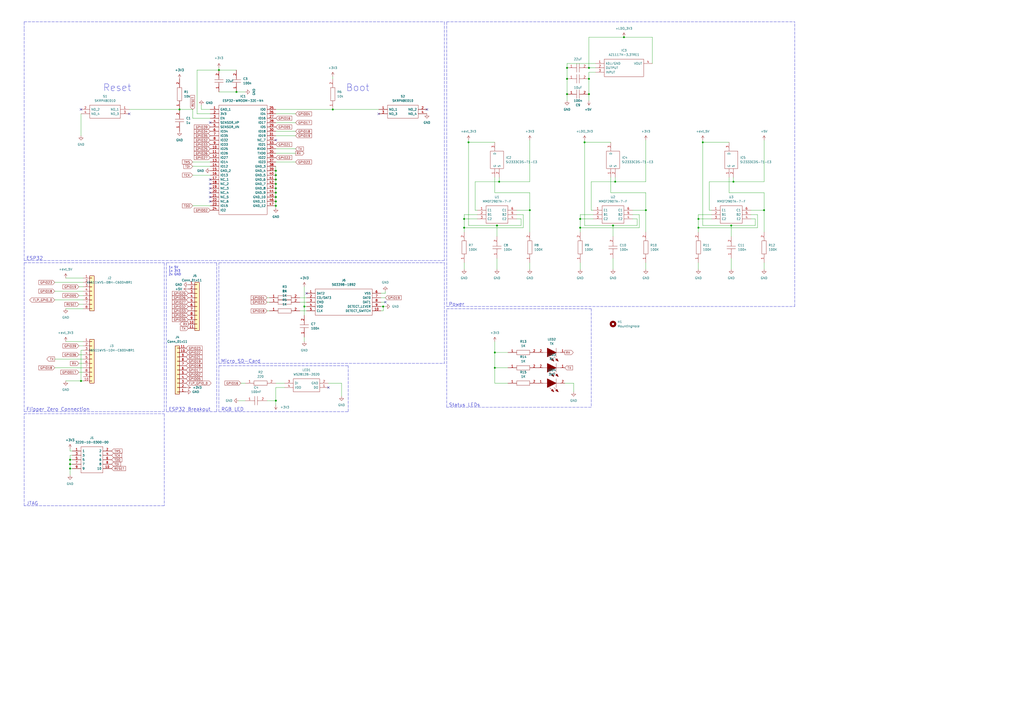
<source format=kicad_sch>
(kicad_sch (version 20211123) (generator eeschema)
  (paper "A2")
  (title_block (title "ESP") (date "2022-12-07") (rev "V0.1.0") (company "JustCallMeKoko & trisp3ar"))
  (lib_symbols
    (symbol "+3V3_1" (power) (pin_names (offset 0))
      (property "Value" "+LDO_3V3" (at 0 5.08 0))
      (symbol "+3V3_1_1_1"
        (pin power_in line (at 0 0 90) (length 0) hide (name "+LDO_3V3") (number "1"))
      )
    )
    (symbol "+3V3_2" (power) (pin_names (offset 0))
      (property "Value" "+3V3_2" (at 0 5.08 0))
      (symbol "+3V3_2_1_1"
        (pin power_in line (at 0 0 90) (length 0) hide (name "+LDO_3V3") (number "1"))
      )
    )
    (symbol "+5V_1" (power) (pin_names (offset 0))
      (property "Value" "+ext_5V" (at 0 5.08 0))
      (symbol "+5V_1_1_1"
        (pin power_in line (at 0 0 90) (length 0) hide (name "+ext_5V") (number "1"))
      )
    )
    (symbol "Connector_Generic:Conn_01x08" (pin_names (offset 1.016) hide)
      (property "Reference" "J" (at 0 10.16 0))
      (property "Value" "Conn_01x08" (at 0 -12.7 0))
      (symbol "Conn_01x08_1_1"
        (pin passive line (at -5.08 7.62 0) (length 3.81) (name "Pin_1") (number "1"))
        (pin passive line (at -5.08 5.08 0) (length 3.81) (name "Pin_2") (number "2"))
        (pin passive line (at -5.08 2.54 0) (length 3.81) (name "Pin_3") (number "3"))
        (pin passive line (at -5.08 0 0) (length 3.81) (name "Pin_4") (number "4"))
        (pin passive line (at -5.08 -2.54 0) (length 3.81) (name "Pin_5") (number "5"))
        (pin passive line (at -5.08 -5.08 0) (length 3.81) (name "Pin_6") (number "6"))
        (pin passive line (at -5.08 -7.62 0) (length 3.81) (name "Pin_7") (number "7"))
        (pin passive line (at -5.08 -10.16 0) (length 3.81) (name "Pin_8") (number "8"))
      )
    )
    (symbol "Connector_Generic:Conn_01x10" (pin_names (offset 1.016) hide)
      (property "Reference" "J" (at 0 12.7 0))
      (property "Value" "Conn_01x10" (at 0 -15.24 0))
      (symbol "Conn_01x10_1_1"
        (pin passive line (at -5.08 10.16 0) (length 3.81) (name "Pin_1") (number "1"))
        (pin passive line (at -5.08 -12.7 0) (length 3.81) (name "Pin_10") (number "10"))
        (pin passive line (at -5.08 7.62 0) (length 3.81) (name "Pin_2") (number "2"))
        (pin passive line (at -5.08 5.08 0) (length 3.81) (name "Pin_3") (number "3"))
        (pin passive line (at -5.08 2.54 0) (length 3.81) (name "Pin_4") (number "4"))
        (pin passive line (at -5.08 0 0) (length 3.81) (name "Pin_5") (number "5"))
        (pin passive line (at -5.08 -2.54 0) (length 3.81) (name "Pin_6") (number "6"))
        (pin passive line (at -5.08 -5.08 0) (length 3.81) (name "Pin_7") (number "7"))
        (pin passive line (at -5.08 -7.62 0) (length 3.81) (name "Pin_8") (number "8"))
        (pin passive line (at -5.08 -10.16 0) (length 3.81) (name "Pin_9") (number "9"))
      )
    )
    (symbol "Connector_Generic:Conn_01x11" (pin_names (offset 1.016) hide)
      (property "Reference" "J" (at 0 15.24 0))
      (property "Value" "Conn_01x11" (at 0 -15.24 0))
      (symbol "Conn_01x11_1_1"
        (pin passive line (at -5.08 12.7 0) (length 3.81) (name "Pin_1") (number "1"))
        (pin passive line (at -5.08 -10.16 0) (length 3.81) (name "Pin_10") (number "10"))
        (pin passive line (at -5.08 -12.7 0) (length 3.81) (name "Pin_11") (number "11"))
        (pin passive line (at -5.08 10.16 0) (length 3.81) (name "Pin_2") (number "2"))
        (pin passive line (at -5.08 7.62 0) (length 3.81) (name "Pin_3") (number "3"))
        (pin passive line (at -5.08 5.08 0) (length 3.81) (name "Pin_4") (number "4"))
        (pin passive line (at -5.08 2.54 0) (length 3.81) (name "Pin_5") (number "5"))
        (pin passive line (at -5.08 0 0) (length 3.81) (name "Pin_6") (number "6"))
        (pin passive line (at -5.08 -2.54 0) (length 3.81) (name "Pin_7") (number "7"))
        (pin passive line (at -5.08 -5.08 0) (length 3.81) (name "Pin_8") (number "8"))
        (pin passive line (at -5.08 -7.62 0) (length 3.81) (name "Pin_9") (number "9"))
      )
    )
    (symbol "Mechanical:MountingHole" (pin_names (offset 1.016))
      (property "Reference" "H" (at 0 5.08 0))
      (property "Value" "MountingHole" (at 0 3.175 0))
    )
    (symbol "SamacSys_Parts:19-217_R6C-AL1M2VY_3T" (pin_names (offset 0.762))
      (property "Reference" "LED" (at 12.7 8.89 0))
      (property "Value" "19-217_R6C-AL1M2VY_3T" (at 12.7 6.35 0))
      (symbol "19-217_R6C-AL1M2VY_3T_0_0"
        (pin passive line (at 15.24 0 180) (length 2.54) (name "~") (number "1"))
        (pin passive line (at 0 0 0) (length 2.54) (name "~") (number "2"))
      )
    )
    (symbol "SamacSys_Parts:19-217_Y5C-AP1Q2_3T" (pin_names (offset 0.762))
      (property "Reference" "LED" (at 12.7 8.89 0))
      (property "Value" "19-217_Y5C-AP1Q2_3T" (at 12.7 6.35 0))
      (symbol "19-217_Y5C-AP1Q2_3T_0_0"
        (pin passive line (at 0 0 0) (length 2.54) (name "~") (number "1"))
        (pin passive line (at 15.24 0 180) (length 2.54) (name "~") (number "2"))
      )
    )
    (symbol "SamacSys_Parts:3220-10-0300-00" (pin_names (offset 0.762))
      (property "Reference" "J" (at 19.05 7.62 0))
      (property "Value" "3220-10-0300-00" (at 19.05 5.08 0))
      (symbol "3220-10-0300-00_0_0"
        (pin passive line (at 0 0 0) (length 5.08) (name "1") (number "1"))
        (pin passive line (at 22.86 -10.16 180) (length 5.08) (name "10") (number "10"))
        (pin passive line (at 22.86 0 180) (length 5.08) (name "2") (number "2"))
        (pin passive line (at 0 -2.54 0) (length 5.08) (name "3") (number "3"))
        (pin passive line (at 22.86 -2.54 180) (length 5.08) (name "4") (number "4"))
        (pin passive line (at 0 -5.08 0) (length 5.08) (name "5") (number "5"))
        (pin passive line (at 22.86 -5.08 180) (length 5.08) (name "6") (number "6"))
        (pin passive line (at 0 -7.62 0) (length 5.08) (name "7") (number "7"))
        (pin passive line (at 22.86 -7.62 180) (length 5.08) (name "8") (number "8"))
        (pin passive line (at 0 -10.16 0) (length 5.08) (name "9") (number "9"))
      )
    )
    (symbol "SamacSys_Parts:503398-1892" (pin_names (offset 0.762))
      (property "Reference" "J" (at 39.37 7.62 0))
      (property "Value" "503398-1892" (at 39.37 5.08 0))
      (symbol "503398-1892_0_0"
        (pin passive line (at 0 0 0) (length 5.08) (name "DAT2") (number "1"))
        (pin passive line (at 43.18 -10.16 180) (length 5.08) (name "DETECT_SWITCH") (number "10"))
        (pin passive line (at 0 -2.54 0) (length 5.08) (name "CD/DAT3") (number "2"))
        (pin passive line (at 0 -5.08 0) (length 5.08) (name "CMD") (number "3"))
        (pin passive line (at 0 -7.62 0) (length 5.08) (name "VDD") (number "4"))
        (pin passive line (at 0 -10.16 0) (length 5.08) (name "CLK") (number "5"))
        (pin passive line (at 43.18 0 180) (length 5.08) (name "VSS") (number "6"))
        (pin passive line (at 43.18 -2.54 180) (length 5.08) (name "DAT0") (number "7"))
        (pin passive line (at 43.18 -5.08 180) (length 5.08) (name "DAT1") (number "8"))
        (pin passive line (at 43.18 -7.62 180) (length 5.08) (name "DETECT_LEVER") (number "9"))
      )
    )
    (symbol "SamacSys_Parts:AZ1117H-3.3TRE1" (pin_names (offset 0.762))
      (property "Reference" "IC" (at 29.21 7.62 0))
      (property "Value" "AZ1117H-3.3TRE1" (at 29.21 5.08 0))
      (symbol "AZ1117H-3.3TRE1_0_0"
        (pin passive line (at 0 0 0) (length 5.08) (name "ADJ/GND") (number "1"))
        (pin passive line (at 0 -2.54 0) (length 5.08) (name "OUTPUT") (number "2"))
        (pin passive line (at 0 -5.08 0) (length 5.08) (name "INPUT") (number "3"))
        (pin passive line (at 33.02 0 180) (length 5.08) (name "VOUT") (number "4"))
      )
    )
    (symbol "SamacSys_Parts:CC0402KRX7R7BB104" (pin_names (offset 0.762))
      (property "Reference" "C" (at 8.89 6.35 0))
      (property "Value" "CC0402KRX7R7BB104" (at 8.89 3.81 0))
      (symbol "CC0402KRX7R7BB104_0_0"
        (pin passive line (at 0 0 0) (length 5.08) (name "~") (number "1"))
        (pin passive line (at 12.7 0 180) (length 5.08) (name "~") (number "2"))
      )
    )
    (symbol "SamacSys_Parts:CL05A105KA5NQNC" (pin_names (offset 0.762))
      (property "Reference" "C" (at 8.89 6.35 0))
      (property "Value" "CL05A105KA5NQNC" (at 8.89 3.81 0))
      (symbol "CL05A105KA5NQNC_0_0"
        (pin passive line (at 0 0 0) (length 5.08) (name "~") (number "1"))
        (pin passive line (at 12.7 0 180) (length 5.08) (name "~") (number "2"))
      )
    )
    (symbol "SamacSys_Parts:CL05A106MQ5NUNC" (pin_names (offset 0.762))
      (property "Reference" "C" (at 8.89 6.35 0))
      (property "Value" "CL05A106MQ5NUNC" (at 8.89 3.81 0))
      (symbol "CL05A106MQ5NUNC_0_0"
        (pin passive line (at 0 0 0) (length 5.08) (name "~") (number "1"))
        (pin passive line (at 12.7 0 180) (length 5.08) (name "~") (number "2"))
      )
    )
    (symbol "SamacSys_Parts:CL05B104KO5NNNC" (pin_names (offset 0.762))
      (property "Reference" "C" (at 8.89 6.35 0))
      (property "Value" "CL05B104KO5NNNC" (at 8.89 3.81 0))
      (symbol "CL05B104KO5NNNC_0_0"
        (pin passive line (at 0 0 0) (length 5.08) (name "~") (number "1"))
        (pin passive line (at 12.7 0 180) (length 5.08) (name "~") (number "2"))
      )
    )
    (symbol "SamacSys_Parts:CM05X5R226M06AH080" (pin_names (offset 0.762))
      (property "Reference" "C" (at 8.89 6.35 0))
      (property "Value" "CM05X5R226M06AH080" (at 8.89 3.81 0))
      (symbol "CM05X5R226M06AH080_0_0"
        (pin passive line (at 0 0 0) (length 5.08) (name "~") (number "1"))
        (pin passive line (at 12.7 0 180) (length 5.08) (name "~") (number "2"))
      )
    )
    (symbol "SamacSys_Parts:DMP1045U-7" (pin_names (offset 0.762))
      (property "Reference" "IC" (at 16.51 7.62 0))
      (property "Value" "DMP1045U-7" (at 16.51 5.08 0))
      (symbol "DMP1045U-7_0_0"
        (pin passive line (at 0 0 0) (length 5.08) (name "G") (number "1"))
        (pin passive line (at 0 -2.54 0) (length 5.08) (name "S") (number "2"))
        (pin passive line (at 20.32 0 180) (length 5.08) (name "D") (number "3"))
      )
    )
    (symbol "SamacSys_Parts:ESP32-WROOM-32E-N4" (pin_names (offset 0.762))
      (property "Reference" "IC" (at 34.29 7.62 0))
      (property "Value" "ESP32-WROOM-32E-N4" (at 34.29 5.08 0))
      (symbol "ESP32-WROOM-32E-N4_0_0"
        (pin passive line (at 0 0 0) (length 5.08) (name "GND_1") (number "1"))
        (pin passive line (at 0 -22.86 0) (length 5.08) (name "IO25") (number "10"))
        (pin passive line (at 0 -25.4 0) (length 5.08) (name "IO26") (number "11"))
        (pin passive line (at 0 -27.94 0) (length 5.08) (name "IO27") (number "12"))
        (pin passive line (at 0 -30.48 0) (length 5.08) (name "IO14") (number "13"))
        (pin passive line (at 0 -33.02 0) (length 5.08) (name "IO12") (number "14"))
        (pin passive line (at 0 -35.56 0) (length 5.08) (name "GND_2") (number "15"))
        (pin passive line (at 0 -38.1 0) (length 5.08) (name "IO13") (number "16"))
        (pin passive line (at 0 -40.64 0) (length 5.08) (name "NC_1") (number "17"))
        (pin passive line (at 0 -43.18 0) (length 5.08) (name "NC_2") (number "18"))
        (pin passive line (at 0 -45.72 0) (length 5.08) (name "NC_3") (number "19"))
        (pin passive line (at 0 -2.54 0) (length 5.08) (name "3V3") (number "2"))
        (pin passive line (at 0 -48.26 0) (length 5.08) (name "NC_4") (number "20"))
        (pin passive line (at 0 -50.8 0) (length 5.08) (name "NC_5") (number "21"))
        (pin passive line (at 0 -53.34 0) (length 5.08) (name "NC_6") (number "22"))
        (pin passive line (at 0 -55.88 0) (length 5.08) (name "IO15") (number "23"))
        (pin passive line (at 0 -58.42 0) (length 5.08) (name "IO2") (number "24"))
        (pin passive line (at 38.1 0 180) (length 5.08) (name "IO0") (number "25"))
        (pin passive line (at 38.1 -2.54 180) (length 5.08) (name "IO4") (number "26"))
        (pin passive line (at 38.1 -5.08 180) (length 5.08) (name "IO16") (number "27"))
        (pin passive line (at 38.1 -7.62 180) (length 5.08) (name "IO17") (number "28"))
        (pin passive line (at 38.1 -10.16 180) (length 5.08) (name "IO5") (number "29"))
        (pin passive line (at 0 -5.08 0) (length 5.08) (name "EN") (number "3"))
        (pin passive line (at 38.1 -12.7 180) (length 5.08) (name "IO18") (number "30"))
        (pin passive line (at 38.1 -15.24 180) (length 5.08) (name "IO19") (number "31"))
        (pin passive line (at 38.1 -17.78 180) (length 5.08) (name "NC_7") (number "32"))
        (pin passive line (at 38.1 -20.32 180) (length 5.08) (name "IO21") (number "33"))
        (pin passive line (at 38.1 -22.86 180) (length 5.08) (name "RXD0") (number "34"))
        (pin passive line (at 38.1 -25.4 180) (length 5.08) (name "TXD0") (number "35"))
        (pin passive line (at 38.1 -27.94 180) (length 5.08) (name "IO22") (number "36"))
        (pin passive line (at 38.1 -30.48 180) (length 5.08) (name "IO23") (number "37"))
        (pin passive line (at 38.1 -33.02 180) (length 5.08) (name "GND_3") (number "38"))
        (pin passive line (at 38.1 -35.56 180) (length 5.08) (name "GND_4") (number "39"))
        (pin passive line (at 0 -7.62 0) (length 5.08) (name "SENSOR_VP") (number "4"))
        (pin passive line (at 38.1 -38.1 180) (length 5.08) (name "GND_5") (number "40"))
        (pin passive line (at 38.1 -40.64 180) (length 5.08) (name "GND_6") (number "41"))
        (pin passive line (at 38.1 -43.18 180) (length 5.08) (name "GND_7") (number "42"))
        (pin passive line (at 38.1 -45.72 180) (length 5.08) (name "GND_8") (number "43"))
        (pin passive line (at 38.1 -48.26 180) (length 5.08) (name "GND_9") (number "44"))
        (pin passive line (at 38.1 -50.8 180) (length 5.08) (name "GND_10") (number "45"))
        (pin passive line (at 38.1 -53.34 180) (length 5.08) (name "GND_11") (number "46"))
        (pin passive line (at 38.1 -55.88 180) (length 5.08) (name "GND_12") (number "47"))
        (pin passive line (at 0 -10.16 0) (length 5.08) (name "SENSOR_VN") (number "5"))
        (pin passive line (at 0 -12.7 0) (length 5.08) (name "IO34") (number "6"))
        (pin passive line (at 0 -15.24 0) (length 5.08) (name "IO35") (number "7"))
        (pin passive line (at 0 -17.78 0) (length 5.08) (name "IO32") (number "8"))
        (pin passive line (at 0 -20.32 0) (length 5.08) (name "IO33") (number "9"))
      )
    )
    (symbol "SamacSys_Parts:MMDT2907A-7-F" (pin_names (offset 0.762))
      (property "Reference" "U" (at 19.05 7.62 0))
      (property "Value" "MMDT2907A-7-F" (at 19.05 5.08 0))
      (symbol "MMDT2907A-7-F_0_0"
        (pin passive line (at 0 0 0) (length 5.08) (name "E1") (number "1"))
        (pin passive line (at 0 -2.54 0) (length 5.08) (name "B1") (number "2"))
        (pin passive line (at 0 -5.08 0) (length 5.08) (name "C2") (number "3"))
        (pin passive line (at 22.86 -5.08 180) (length 5.08) (name "E2") (number "4"))
        (pin passive line (at 22.86 -2.54 180) (length 5.08) (name "B2") (number "5"))
        (pin passive line (at 22.86 0 180) (length 5.08) (name "C1") (number "6"))
      )
    )
    (symbol "SamacSys_Parts:RC0402FR-07100KL" (pin_names (offset 0.762))
      (property "Reference" "R" (at 13.97 6.35 0))
      (property "Value" "RC0402FR-07100KL" (at 13.97 3.81 0))
      (symbol "RC0402FR-07100KL_0_0"
        (pin passive line (at 0 0 0) (length 5.08) (name "~") (number "1"))
        (pin passive line (at 17.78 0 180) (length 5.08) (name "~") (number "2"))
      )
    )
    (symbol "SamacSys_Parts:RC0402FR-0710KL" (pin_names (offset 0.762))
      (property "Reference" "R" (at 13.97 6.35 0))
      (property "Value" "RC0402FR-0710KL" (at 13.97 3.81 0))
      (symbol "RC0402FR-0710KL_0_0"
        (pin passive line (at 0 0 0) (length 5.08) (name "~") (number "1"))
        (pin passive line (at 17.78 0 180) (length 5.08) (name "~") (number "2"))
      )
    )
    (symbol "SamacSys_Parts:RC0402FR-071KL" (pin_names (offset 0.762))
      (property "Reference" "R" (at 13.97 6.35 0))
      (property "Value" "RC0402FR-071KL" (at 13.97 3.81 0))
      (symbol "RC0402FR-071KL_0_0"
        (pin passive line (at 0 0 0) (length 5.08) (name "~") (number "1"))
        (pin passive line (at 17.78 0 180) (length 5.08) (name "~") (number "2"))
      )
    )
    (symbol "SamacSys_Parts:RC0402FR-07220RL" (pin_names (offset 0.762))
      (property "Reference" "R" (at 13.97 6.35 0))
      (property "Value" "RC0402FR-07220RL" (at 13.97 3.81 0))
      (symbol "RC0402FR-07220RL_0_0"
        (pin passive line (at 0 0 0) (length 5.08) (name "~") (number "1"))
        (pin passive line (at 17.78 0 180) (length 5.08) (name "~") (number "2"))
      )
    )
    (symbol "SamacSys_Parts:SKRPABE010" (pin_names (offset 0.762))
      (property "Reference" "S" (at 24.13 7.62 0))
      (property "Value" "SKRPABE010" (at 24.13 5.08 0))
      (symbol "SKRPABE010_0_0"
        (pin passive line (at 0 0 0) (length 5.08) (name "NO_1") (number "1"))
        (pin passive line (at 27.94 0 180) (length 5.08) (name "NO_2") (number "2"))
        (pin passive line (at 0 -2.54 0) (length 5.08) (name "NO_3") (number "3"))
        (pin passive line (at 27.94 -2.54 180) (length 5.08) (name "NO_4") (number "4"))
      )
    )
    (symbol "SamacSys_Parts:WS2812B-2020" (pin_names (offset 0.762))
      (property "Reference" "LED" (at 21.59 7.62 0))
      (property "Value" "WS2812B-2020" (at 21.59 5.08 0))
      (symbol "WS2812B-2020_0_0"
        (pin passive line (at 25.4 -2.54 180) (length 5.08) (name "DO") (number "1"))
        (pin passive line (at 25.4 0 180) (length 5.08) (name "GND") (number "2"))
        (pin passive line (at 0 0 0) (length 5.08) (name "DI") (number "3"))
        (pin passive line (at 0 -2.54 0) (length 5.08) (name "VDD") (number "4"))
      )
    )
    (symbol "power:+3V3" (power) (pin_names (offset 0))
      (property "Value" "+3V3" (at 0 3.556 0))
      (symbol "+3V3_1_1"
        (pin power_in line (at 0 0 90) (length 0) hide (name "+3V3") (number "1"))
      )
    )
    (symbol "power:+5V" (power) (pin_names (offset 0))
      (property "Value" "+5V" (at 0 3.556 0))
      (symbol "+5V_1_1"
        (pin power_in line (at 0 0 90) (length 0) hide (name "+5V") (number "1"))
      )
    )
    (symbol "power:+ext_3V3" (power) (pin_names (offset 0))
      (property "Value" "+ext_3V3" (at 0 5.08 0))
      (symbol "+ext_3V3_1_1"
        (pin power_in line (at 0 0 90) (length 0) hide (name "+ext_3V3") (number "1"))
      )
    )
    (symbol "power:GND" (power) (pin_names (offset 0))
      (property "Value" "GND" (at 0 -3.81 0))
      (symbol "GND_1_1"
        (pin power_in line (at 0 0 270) (length 0) hide (name "GND") (number "1"))
      )
    )
  )
  (junction (at 307.34 121.92))
  (junction (at 405.13 127))
  (junction (at 127 40.64))
  (junction (at 160.02 111.76))
  (junction (at 405.13 132.08))
  (junction (at 160.02 104.14))
  (junction (at 160.02 106.68))
  (junction (at 443.23 121.92))
  (junction (at 341.63 45.72))
  (junction (at 269.24 127))
  (junction (at 288.29 130.81))
  (junction (at 40.64 269.24))
  (junction (at 355.6 130.81))
  (junction (at 289.56 105.41))
  (junction (at 104.14 63.5))
  (junction (at 374.65 121.92))
  (junction (at 222.25 177.8))
  (junction (at 425.45 105.41))
  (junction (at 269.24 132.08))
  (junction (at 160.02 99.06))
  (junction (at 339.09 82.55))
  (junction (at 271.78 82.55))
  (junction (at 336.55 132.08))
  (junction (at 424.18 130.81))
  (junction (at 407.67 82.55))
  (junction (at 160.02 101.6))
  (junction (at 160.02 109.22))
  (junction (at 160.02 114.3))
  (junction (at 361.95 21.59))
  (junction (at 193.04 63.5))
  (junction (at 287.02 213.36))
  (junction (at 356.87 105.41))
  (junction (at 40.64 271.78))
  (junction (at 328.93 45.72))
  (junction (at 40.64 266.7))
  (junction (at 328.93 54.61))
  (junction (at 160.02 116.84))
  (junction (at 137.16 53.34))
  (junction (at 176.53 177.8))
  (junction (at 341.63 39.37))
  (junction (at 341.63 54.61))
  (junction (at 336.55 127))
  (junction (at 328.93 39.37))
  (junction (at 46.99 220.98))
  (junction (at 160.02 119.38))
  (junction (at 287.02 204.47))
  (junction (at 160.02 232.41))
  (no_connect (at 223.52 175.26))
  (no_connect (at 190.5 224.79))
  (no_connect (at 121.92 104.14))
  (no_connect (at 121.92 106.68))
  (no_connect (at 121.92 109.22))
  (no_connect (at 121.92 114.3))
  (no_connect (at 121.92 116.84))
  (no_connect (at 121.92 111.76))
  (no_connect (at 121.92 71.12))
  (no_connect (at 160.02 81.28))
  (no_connect (at 177.8 170.18))
  (no_connect (at 219.71 66.04))
  (no_connect (at 247.65 63.5))
  (no_connect (at 46.99 63.5))
  (no_connect (at 74.93 66.04))
  (wire (pts (xy 405.13 127) (xy 412.75 127)))
  (wire (pts (xy 287.02 198.12) (xy 287.02 204.47)))
  (wire (pts (xy 41.91 264.16) (xy 40.64 264.16)))
  (wire (pts (xy 160.02 232.41) (xy 160.02 234.95)))
  (polyline (pts (xy 95.25 240.03) (xy 95.25 293.37)))
  (wire (pts (xy 160.02 99.06) (xy 160.02 101.6)))
  (wire (pts (xy 31.75 173.99) (xy 48.26 173.99)))
  (wire (pts (xy 307.34 105.41) (xy 289.56 105.41)))
  (wire (pts (xy 307.34 111.76) (xy 307.34 121.92)))
  (wire (pts (xy 121.92 66.04) (xy 114.3 66.04)))
  (wire (pts (xy 40.64 266.7) (xy 40.64 269.24)))
  (wire (pts (xy 443.23 105.41) (xy 425.45 105.41)))
  (wire (pts (xy 341.63 45.72) (xy 341.63 54.61)))
  (wire (pts (xy 289.56 105.41) (xy 289.56 102.87)))
  (polyline (pts (xy 13.97 293.37) (xy 13.97 240.03)))
  (wire (pts (xy 307.34 152.4) (xy 307.34 156.21)))
  (wire (pts (xy 160.02 111.76) (xy 160.02 109.22)))
  (wire (pts (xy 127 53.34) (xy 137.16 53.34)))
  (wire (pts (xy 220.98 172.72) (xy 223.52 172.72)))
  (wire (pts (xy 271.78 82.55) (xy 287.02 82.55)))
  (wire (pts (xy 411.48 121.92) (xy 411.48 105.41)))
  (wire (pts (xy 287.02 111.76) (xy 307.34 111.76)))
  (wire (pts (xy 407.67 130.81) (xy 407.67 82.55)))
  (wire (pts (xy 45.72 176.53) (xy 48.26 176.53)))
  (wire (pts (xy 367.03 124.46) (xy 370.84 124.46)))
  (wire (pts (xy 139.7 222.25) (xy 142.24 222.25)))
  (wire (pts (xy 160.02 114.3) (xy 160.02 111.76)))
  (wire (pts (xy 344.17 124.46) (xy 336.55 124.46)))
  (wire (pts (xy 307.34 81.28) (xy 307.34 105.41)))
  (wire (pts (xy 299.72 124.46) (xy 303.53 124.46)))
  (wire (pts (xy 328.93 45.72) (xy 328.93 54.61)))
  (wire (pts (xy 342.9 121.92) (xy 342.9 105.41)))
  (wire (pts (xy 341.63 39.37) (xy 341.63 21.59)))
  (wire (pts (xy 160.02 116.84) (xy 160.02 119.38)))
  (wire (pts (xy 339.09 130.81) (xy 339.09 82.55)))
  (wire (pts (xy 422.91 111.76) (xy 443.23 111.76)))
  (polyline (pts (xy 257.81 152.4) (xy 257.81 210.82)))
  (wire (pts (xy 336.55 132.08) (xy 336.55 134.62)))
  (polyline (pts (xy 13.97 152.4) (xy 13.97 238.76)))
  (wire (pts (xy 74.93 63.5) (xy 104.14 63.5)))
  (wire (pts (xy 355.6 130.81) (xy 355.6 137.16)))
  (wire (pts (xy 302.26 127) (xy 302.26 130.81)))
  (wire (pts (xy 45.72 210.82) (xy 48.26 210.82)))
  (wire (pts (xy 288.29 130.81) (xy 288.29 137.16)))
  (wire (pts (xy 407.67 82.55) (xy 422.91 82.55)))
  (wire (pts (xy 354.33 111.76) (xy 374.65 111.76)))
  (polyline (pts (xy 259.08 236.22) (xy 259.08 179.07)))
  (wire (pts (xy 160.02 66.04) (xy 171.45 66.04)))
  (wire (pts (xy 154.94 232.41) (xy 160.02 232.41)))
  (wire (pts (xy 176.53 198.12) (xy 176.53 195.58)))
  (wire (pts (xy 269.24 127) (xy 269.24 132.08)))
  (wire (pts (xy 374.65 111.76) (xy 374.65 121.92)))
  (wire (pts (xy 269.24 132.08) (xy 269.24 134.62)))
  (wire (pts (xy 287.02 102.87) (xy 287.02 111.76)))
  (wire (pts (xy 369.57 130.81) (xy 355.6 130.81)))
  (wire (pts (xy 287.02 204.47) (xy 287.02 213.36)))
  (polyline (pts (xy 96.52 238.76) (xy 125.73 238.76)))
  (wire (pts (xy 160.02 119.38) (xy 160.02 120.65)))
  (wire (pts (xy 407.67 81.28) (xy 407.67 82.55)))
  (wire (pts (xy 374.65 81.28) (xy 374.65 105.41)))
  (wire (pts (xy 111.76 63.5) (xy 104.14 63.5)))
  (polyline (pts (xy 127 212.09) (xy 201.93 212.09)))
  (wire (pts (xy 41.91 261.62) (xy 40.64 261.62)))
  (wire (pts (xy 121.92 68.58) (xy 111.76 68.58)))
  (polyline (pts (xy 259.08 179.07) (xy 342.9 179.07)))
  (wire (pts (xy 276.86 124.46) (xy 269.24 124.46)))
  (wire (pts (xy 160.02 88.9) (xy 171.45 88.9)))
  (wire (pts (xy 40.64 269.24) (xy 40.64 271.78)))
  (wire (pts (xy 336.55 127) (xy 344.17 127)))
  (wire (pts (xy 336.55 152.4) (xy 336.55 156.21)))
  (wire (pts (xy 339.09 82.55) (xy 354.33 82.55)))
  (wire (pts (xy 45.72 215.9) (xy 48.26 215.9)))
  (wire (pts (xy 378.46 36.83) (xy 378.46 21.59)))
  (wire (pts (xy 45.72 200.66) (xy 48.26 200.66)))
  (wire (pts (xy 160.02 224.79) (xy 160.02 232.41)))
  (wire (pts (xy 341.63 21.59) (xy 361.95 21.59)))
  (wire (pts (xy 303.53 132.08) (xy 269.24 132.08)))
  (wire (pts (xy 271.78 81.28) (xy 271.78 82.55)))
  (polyline (pts (xy 125.73 238.76) (xy 125.73 152.4)))
  (wire (pts (xy 38.1 179.07) (xy 48.26 179.07)))
  (wire (pts (xy 114.3 66.04) (xy 114.3 40.64)))
  (wire (pts (xy 412.75 121.92) (xy 411.48 121.92)))
  (polyline (pts (xy 127 210.82) (xy 127 152.4)))
  (wire (pts (xy 173.99 172.72) (xy 177.8 172.72)))
  (polyline (pts (xy 127 152.4) (xy 257.81 152.4)))
  (wire (pts (xy 438.15 127) (xy 438.15 130.81)))
  (wire (pts (xy 370.84 124.46) (xy 370.84 132.08)))
  (polyline (pts (xy 96.52 152.4) (xy 96.52 238.76)))
  (wire (pts (xy 374.65 121.92) (xy 367.03 121.92)))
  (wire (pts (xy 165.1 224.79) (xy 160.02 224.79)))
  (wire (pts (xy 114.3 40.64) (xy 127 40.64)))
  (wire (pts (xy 160.02 76.2) (xy 171.45 76.2)))
  (wire (pts (xy 111.76 101.6) (xy 121.92 101.6)))
  (wire (pts (xy 425.45 105.41) (xy 425.45 102.87)))
  (polyline (pts (xy 127 210.82) (xy 257.81 210.82)))
  (wire (pts (xy 303.53 124.46) (xy 303.53 132.08)))
  (wire (pts (xy 220.98 180.34) (xy 222.25 180.34)))
  (wire (pts (xy 220.98 175.26) (xy 223.52 175.26)))
  (wire (pts (xy 154.94 175.26) (xy 156.21 175.26)))
  (wire (pts (xy 354.33 102.87) (xy 354.33 111.76)))
  (wire (pts (xy 111.76 119.38) (xy 121.92 119.38)))
  (wire (pts (xy 190.5 222.25) (xy 198.12 222.25)))
  (wire (pts (xy 342.9 105.41) (xy 356.87 105.41)))
  (wire (pts (xy 45.72 205.74) (xy 48.26 205.74)))
  (polyline (pts (xy 127 212.09) (xy 127 238.76)))
  (wire (pts (xy 443.23 121.92) (xy 435.61 121.92)))
  (wire (pts (xy 275.59 105.41) (xy 289.56 105.41)))
  (wire (pts (xy 46.99 220.98) (xy 48.26 220.98)))
  (wire (pts (xy 111.76 96.52) (xy 121.92 96.52)))
  (wire (pts (xy 367.03 127) (xy 369.57 127)))
  (wire (pts (xy 345.44 39.37) (xy 341.63 39.37)))
  (wire (pts (xy 287.02 204.47) (xy 294.64 204.47)))
  (wire (pts (xy 160.02 104.14) (xy 160.02 106.68)))
  (wire (pts (xy 138.43 232.41) (xy 142.24 232.41)))
  (wire (pts (xy 111.76 93.98) (xy 121.92 93.98)))
  (wire (pts (xy 160.02 114.3) (xy 160.02 116.84)))
  (wire (pts (xy 411.48 105.41) (xy 425.45 105.41)))
  (wire (pts (xy 307.34 134.62) (xy 307.34 121.92)))
  (wire (pts (xy 160.02 101.6) (xy 160.02 104.14)))
  (wire (pts (xy 222.25 177.8) (xy 223.52 177.8)))
  (wire (pts (xy 223.52 170.18) (xy 223.52 168.91)))
  (wire (pts (xy 116.84 60.96) (xy 116.84 63.5)))
  (wire (pts (xy 378.46 21.59) (xy 361.95 21.59)))
  (wire (pts (xy 438.15 130.81) (xy 424.18 130.81)))
  (polyline (pts (xy 257.81 151.13) (xy 13.97 151.13)))
  (wire (pts (xy 405.13 127) (xy 405.13 132.08)))
  (wire (pts (xy 374.65 105.41) (xy 356.87 105.41)))
  (wire (pts (xy 443.23 134.62) (xy 443.23 121.92)))
  (wire (pts (xy 439.42 132.08) (xy 405.13 132.08)))
  (wire (pts (xy 127 39.37) (xy 127 40.64)))
  (wire (pts (xy 176.53 177.8) (xy 177.8 177.8)))
  (polyline (pts (xy 13.97 151.13) (xy 13.97 16.51)))
  (polyline (pts (xy 127 238.76) (xy 201.93 238.76)))
  (wire (pts (xy 160.02 106.68) (xy 160.02 109.22)))
  (wire (pts (xy 48.26 203.2) (xy 46.99 203.2)))
  (wire (pts (xy 38.1 198.12) (xy 48.26 198.12)))
  (wire (pts (xy 405.13 152.4) (xy 405.13 156.21)))
  (wire (pts (xy 40.64 264.16) (xy 40.64 266.7)))
  (polyline (pts (xy 257.81 12.7) (xy 257.81 151.13)))
  (wire (pts (xy 288.29 130.81) (xy 271.78 130.81)))
  (polyline (pts (xy 13.97 12.7) (xy 13.97 16.51)))
  (wire (pts (xy 40.64 261.62) (xy 40.64 260.35)))
  (wire (pts (xy 38.1 161.29) (xy 48.26 161.29)))
  (wire (pts (xy 405.13 124.46) (xy 405.13 127)))
  (wire (pts (xy 443.23 152.4) (xy 443.23 156.21)))
  (wire (pts (xy 160.02 63.5) (xy 193.04 63.5)))
  (wire (pts (xy 31.75 163.83) (xy 48.26 163.83)))
  (wire (pts (xy 31.75 168.91) (xy 48.26 168.91)))
  (wire (pts (xy 269.24 152.4) (xy 269.24 156.21)))
  (wire (pts (xy 176.53 166.37) (xy 176.53 177.8)))
  (wire (pts (xy 412.75 124.46) (xy 405.13 124.46)))
  (polyline (pts (xy 342.9 179.07) (xy 342.9 236.22)))
  (polyline (pts (xy 125.73 152.4) (xy 96.52 152.4)))
  (wire (pts (xy 269.24 127) (xy 276.86 127)))
  (wire (pts (xy 435.61 124.46) (xy 439.42 124.46)))
  (wire (pts (xy 374.65 152.4) (xy 374.65 156.21)))
  (wire (pts (xy 336.55 127) (xy 336.55 132.08)))
  (wire (pts (xy 38.1 220.98) (xy 46.99 220.98)))
  (wire (pts (xy 121.92 63.5) (xy 116.84 63.5)))
  (wire (pts (xy 160.02 71.12) (xy 171.45 71.12)))
  (wire (pts (xy 160.02 86.36) (xy 171.45 86.36)))
  (polyline (pts (xy 13.97 152.4) (xy 95.25 152.4)))
  (wire (pts (xy 422.91 102.87) (xy 422.91 111.76)))
  (wire (pts (xy 193.04 44.45) (xy 193.04 45.72)))
  (polyline (pts (xy 13.97 240.03) (xy 95.25 240.03)))
  (wire (pts (xy 40.64 269.24) (xy 41.91 269.24)))
  (wire (pts (xy 46.99 66.04) (xy 46.99 78.74)))
  (wire (pts (xy 424.18 149.86) (xy 424.18 156.21)))
  (wire (pts (xy 137.16 53.34) (xy 142.24 53.34)))
  (wire (pts (xy 45.72 171.45) (xy 48.26 171.45)))
  (wire (pts (xy 443.23 81.28) (xy 443.23 105.41)))
  (wire (pts (xy 302.26 130.81) (xy 288.29 130.81)))
  (wire (pts (xy 160.02 96.52) (xy 160.02 99.06)))
  (wire (pts (xy 31.75 213.36) (xy 48.26 213.36)))
  (wire (pts (xy 40.64 271.78) (xy 41.91 271.78)))
  (wire (pts (xy 332.74 222.25) (xy 332.74 227.33)))
  (wire (pts (xy 405.13 132.08) (xy 405.13 134.62)))
  (wire (pts (xy 198.12 222.25) (xy 198.12 229.87)))
  (polyline (pts (xy 259.08 177.8) (xy 461.01 177.8)))
  (polyline (pts (xy 95.25 152.4) (xy 95.25 238.76)))
  (wire (pts (xy 275.59 121.92) (xy 275.59 105.41)))
  (wire (pts (xy 220.98 177.8) (xy 222.25 177.8)))
  (wire (pts (xy 287.02 213.36) (xy 294.64 213.36)))
  (wire (pts (xy 345.44 36.83) (xy 328.93 36.83)))
  (wire (pts (xy 40.64 266.7) (xy 41.91 266.7)))
  (wire (pts (xy 173.99 180.34) (xy 177.8 180.34)))
  (wire (pts (xy 111.76 68.58) (xy 111.76 63.5)))
  (wire (pts (xy 31.75 208.28) (xy 48.26 208.28)))
  (wire (pts (xy 220.98 170.18) (xy 223.52 170.18)))
  (wire (pts (xy 287.02 213.36) (xy 287.02 222.25)))
  (polyline (pts (xy 13.97 238.76) (xy 95.25 238.76)))
  (wire (pts (xy 160.02 222.25) (xy 165.1 222.25)))
  (wire (pts (xy 173.99 175.26) (xy 177.8 175.26)))
  (polyline (pts (xy 13.97 12.7) (xy 95.25 12.7)))
  (wire (pts (xy 176.53 177.8) (xy 176.53 182.88)))
  (polyline (pts (xy 95.25 293.37) (xy 13.97 293.37)))
  (polyline (pts (xy 201.93 238.76) (xy 201.93 212.09)))
  (wire (pts (xy 328.93 36.83) (xy 328.93 39.37)))
  (polyline (pts (xy 259.08 12.7) (xy 461.01 12.7)))
  (wire (pts (xy 327.66 222.25) (xy 332.74 222.25)))
  (wire (pts (xy 355.6 130.81) (xy 339.09 130.81)))
  (wire (pts (xy 328.93 54.61) (xy 328.93 58.42)))
  (polyline (pts (xy 95.25 12.7) (xy 257.81 12.7)))
  (wire (pts (xy 439.42 124.46) (xy 439.42 132.08)))
  (wire (pts (xy 369.57 127) (xy 369.57 130.81)))
  (wire (pts (xy 424.18 130.81) (xy 407.67 130.81)))
  (wire (pts (xy 374.65 134.62) (xy 374.65 121.92)))
  (wire (pts (xy 435.61 127) (xy 438.15 127)))
  (wire (pts (xy 276.86 121.92) (xy 275.59 121.92)))
  (wire (pts (xy 271.78 130.81) (xy 271.78 82.55)))
  (wire (pts (xy 154.94 172.72) (xy 156.21 172.72)))
  (wire (pts (xy 154.94 180.34) (xy 156.21 180.34)))
  (wire (pts (xy 355.6 149.86) (xy 355.6 156.21)))
  (wire (pts (xy 288.29 149.86) (xy 288.29 156.21)))
  (polyline (pts (xy 342.9 236.22) (xy 259.08 236.22)))
  (wire (pts (xy 424.18 130.81) (xy 424.18 137.16)))
  (wire (pts (xy 356.87 105.41) (xy 356.87 102.87)))
  (wire (pts (xy 344.17 121.92) (xy 342.9 121.92)))
  (wire (pts (xy 341.63 54.61) (xy 341.63 58.42)))
  (wire (pts (xy 127 40.64) (xy 137.16 40.64)))
  (wire (pts (xy 370.84 132.08) (xy 336.55 132.08)))
  (wire (pts (xy 341.63 41.91) (xy 341.63 45.72)))
  (wire (pts (xy 339.09 81.28) (xy 339.09 82.55)))
  (wire (pts (xy 287.02 222.25) (xy 294.64 222.25)))
  (polyline (pts (xy 259.08 12.7) (xy 259.08 177.8)))
  (wire (pts (xy 222.25 177.8) (xy 222.25 180.34)))
  (wire (pts (xy 193.04 63.5) (xy 219.71 63.5)))
  (wire (pts (xy 328.93 39.37) (xy 328.93 45.72)))
  (polyline (pts (xy 461.01 177.8) (xy 461.01 12.7)))
  (wire (pts (xy 443.23 111.76) (xy 443.23 121.92)))
  (wire (pts (xy 345.44 41.91) (xy 341.63 41.91)))
  (wire (pts (xy 336.55 124.46) (xy 336.55 127)))
  (wire (pts (xy 160.02 93.98) (xy 171.45 93.98)))
  (wire (pts (xy 45.72 166.37) (xy 48.26 166.37)))
  (wire (pts (xy 299.72 127) (xy 302.26 127)))
  (wire (pts (xy 160.02 78.74) (xy 171.45 78.74)))
  (wire (pts (xy 46.99 203.2) (xy 46.99 220.98)))
  (wire (pts (xy 269.24 124.46) (xy 269.24 127)))
  (wire (pts (xy 40.64 271.78) (xy 40.64 275.59)))
  (wire (pts (xy 307.34 121.92) (xy 299.72 121.92)))
  (text "ESP32 Breakout" (at 97.79 238.76 0) (effects (font (size 2 2)) (justify left bottom)))
  (text "Status LEDs	" (at 260.35 236.22 0) (effects (font (size 2 2)) (justify left bottom)))
  (text "Boot" (at 200.66 53.34 0) (effects (font (size 4 4)) (justify left bottom)))
  (text "Micro SD-Card" (at 151.13 210.82 180) (effects (font (size 2 2)) (justify right bottom)))
  (text "1x 5V\n1x 3V3\n2x GND" (at 97.79 160.02 0) (effects (font (size 1.27 1.27)) (justify left bottom)))
  (text "Reset" (at 59.69 53.34 0) (effects (font (size 4 4)) (justify left bottom)))
  (text "Power" (at 260.35 177.8 0) (effects (font (size 2 2)) (justify left bottom)))
  (text "RGB LED\n" (at 128.27 238.76 0) (effects (font (size 2 2)) (justify left bottom)))
  (text "Flipper Zero Connection" (at 15.24 238.76 0) (effects (font (size 2 2)) (justify left bottom)))
  (text "ESP32" (at 15.24 151.13 0) (effects (font (size 2 2)) (justify left bottom)))
  (text "JTAG" (at 15.24 293.37 0) (effects (font (size 2 2)) (justify left bottom)))
  (global_label "GPIO18" (shape input) (at 171.45 76.2 0) (property "Intersheet References" "${INTERSHEET_REFS}" (effects hide)))
  (global_label "GPIO39" (shape input) (at 121.92 73.66 180) (property "Intersheet References" "${INTERSHEET_REFS}" (effects hide)))
  (global_label "GPIO04" (shape input) (at 154.94 172.72 180) (property "Intersheet References" "${INTERSHEET_REFS}" (effects hide)))
  (global_label "RESET" (shape input) (at 45.72 176.53 180) (property "Intersheet References" "${INTERSHEET_REFS}" (effects hide)))
  (global_label "GPIO36" (shape input) (at 45.72 205.74 180) (property "Intersheet References" "${INTERSHEET_REFS}" (effects hide)))
  (global_label "TMS" (shape input) (at 111.76 93.98 180) (property "Intersheet References" "${INTERSHEET_REFS}" (effects hide)))
  (global_label "GPIO23" (shape input) (at 171.45 93.98 0) (property "Intersheet References" "${INTERSHEET_REFS}" (effects hide)))
  (global_label "GPIO26" (shape input) (at 121.92 88.9 180) (property "Intersheet References" "${INTERSHEET_REFS}" (effects hide)))
  (global_label "TMS" (shape input) (at 64.77 261.62 0) (property "Intersheet References" "${INTERSHEET_REFS}" (effects hide)))
  (global_label "TCK" (shape input) (at 111.76 101.6 180) (property "Intersheet References" "${INTERSHEET_REFS}" (effects hide)))
  (global_label "TCK" (shape input) (at 64.77 264.16 0) (property "Intersheet References" "${INTERSHEET_REFS}" (effects hide)))
  (global_label "GPIO16" (shape input) (at 160.02 68.58 0) (property "Intersheet References" "${INTERSHEET_REFS}" (effects hide)))
  (global_label "GPIO27" (shape input) (at 109.22 175.26 180) (property "Intersheet References" "${INTERSHEET_REFS}" (effects hide)))
  (global_label "GPIO16" (shape input) (at 139.7 222.25 180) (property "Intersheet References" "${INTERSHEET_REFS}" (effects hide)))
  (global_label "GPIO25" (shape input) (at 109.22 170.18 180) (property "Intersheet References" "${INTERSHEET_REFS}" (effects hide)))
  (global_label "GPIO35" (shape input) (at 121.92 78.74 180) (property "Intersheet References" "${INTERSHEET_REFS}" (effects hide)))
  (global_label "GPIO02" (shape input) (at 107.95 217.17 0) (property "Intersheet References" "${INTERSHEET_REFS}" (effects hide)))
  (global_label "GPIO32" (shape input) (at 121.92 81.28 180) (property "Intersheet References" "${INTERSHEET_REFS}" (effects hide)))
  (global_label "GPIO39" (shape input) (at 45.72 200.66 180) (property "Intersheet References" "${INTERSHEET_REFS}" (effects hide)))
  (global_label "GPIO19" (shape input) (at 171.45 78.74 0) (property "Intersheet References" "${INTERSHEET_REFS}" (effects hide)))
  (global_label "GPIO04" (shape input) (at 171.45 66.04 0) (property "Intersheet References" "${INTERSHEET_REFS}" (effects hide)))
  (global_label "TX" (shape input) (at 109.22 190.5 180) (property "Intersheet References" "${INTERSHEET_REFS}" (effects hide)))
  (global_label "GPIO35" (shape input) (at 109.22 185.42 180) (property "Intersheet References" "${INTERSHEET_REFS}" (effects hide)))
  (global_label "RESET" (shape input) (at 64.77 271.78 0) (property "Intersheet References" "${INTERSHEET_REFS}" (effects hide)))
  (global_label "GPIO05" (shape input) (at 45.72 171.45 180) (property "Intersheet References" "${INTERSHEET_REFS}" (effects hide)))
  (global_label "GPIO23" (shape input) (at 107.95 201.93 0) (property "Intersheet References" "${INTERSHEET_REFS}" (effects hide)))
  (global_label "GPIO22" (shape input) (at 107.95 204.47 0) (property "Intersheet References" "${INTERSHEET_REFS}" (effects hide)))
  (global_label "GPIO21" (shape input) (at 107.95 207.01 0) (property "Intersheet References" "${INTERSHEET_REFS}" (effects hide)))
  (global_label "GPIO18" (shape input) (at 107.95 212.09 0) (property "Intersheet References" "${INTERSHEET_REFS}" (effects hide)))
  (global_label "FLP_GPIO_0" (shape bidirectional) (at 31.75 173.99 180) (property "Intersheet References" "${INTERSHEET_REFS}" (effects hide)))
  (global_label "GPIO19" (shape input) (at 107.95 209.55 0) (property "Intersheet References" "${INTERSHEET_REFS}" (effects hide)))
  (global_label "GPIO19" (shape input) (at 45.72 166.37 180) (property "Intersheet References" "${INTERSHEET_REFS}" (effects hide)))
  (global_label "TX" (shape input) (at 171.45 86.36 0) (property "Intersheet References" "${INTERSHEET_REFS}" (effects hide)))
  (global_label "GPIO33" (shape input) (at 121.92 83.82 180) (property "Intersheet References" "${INTERSHEET_REFS}" (effects hide)))
  (global_label "GPIO19" (shape input) (at 223.52 172.72 0) (property "Intersheet References" "${INTERSHEET_REFS}" (effects hide)))
  (global_label "GPIO33" (shape input) (at 109.22 180.34 180) (property "Intersheet References" "${INTERSHEET_REFS}" (effects hide)))
  (global_label "RX" (shape output) (at 171.45 88.9 0) (property "Intersheet References" "${INTERSHEET_REFS}" (effects hide)))
  (global_label "RX" (shape output) (at 109.22 187.96 180) (property "Intersheet References" "${INTERSHEET_REFS}" (effects hide)))
  (global_label "TDI" (shape input) (at 111.76 96.52 180) (property "Intersheet References" "${INTERSHEET_REFS}" (effects hide)))
  (global_label "GPIO18" (shape input) (at 31.75 213.36 180) (property "Intersheet References" "${INTERSHEET_REFS}" (effects hide)))
  (global_label "GPIO23" (shape input) (at 31.75 163.83 180) (property "Intersheet References" "${INTERSHEET_REFS}" (effects hide)))
  (global_label "GPIO17" (shape input) (at 171.45 71.12 0) (property "Intersheet References" "${INTERSHEET_REFS}" (effects hide)))
  (global_label "GPIO02" (shape input) (at 121.92 121.92 180) (property "Intersheet References" "${INTERSHEET_REFS}" (effects hide)))
  (global_label "GPIO22" (shape input) (at 160.02 91.44 0) (property "Intersheet References" "${INTERSHEET_REFS}" (effects hide)))
  (global_label "GPIO26" (shape input) (at 109.22 172.72 180) (property "Intersheet References" "${INTERSHEET_REFS}" (effects hide)))
  (global_label "FLP_GPIO_0" (shape bidirectional) (at 107.95 222.25 0) (property "Intersheet References" "${INTERSHEET_REFS}" (effects hide)))
  (global_label "GPIO34" (shape input) (at 121.92 76.2 180) (property "Intersheet References" "${INTERSHEET_REFS}" (effects hide)))
  (global_label "GPIO05" (shape input) (at 107.95 219.71 0) (property "Intersheet References" "${INTERSHEET_REFS}" (effects hide)))
  (global_label "GPIO23" (shape input) (at 154.94 175.26 180) (property "Intersheet References" "${INTERSHEET_REFS}" (effects hide)))
  (global_label "TDI" (shape input) (at 64.77 269.24 0) (property "Intersheet References" "${INTERSHEET_REFS}" (effects hide)))
  (global_label "RX" (shape output) (at 327.66 204.47 0) (property "Intersheet References" "${INTERSHEET_REFS}" (effects hide)))
  (global_label "GPIO18" (shape input) (at 154.94 180.34 180) (property "Intersheet References" "${INTERSHEET_REFS}" (effects hide)))
  (global_label "TX" (shape output) (at 31.75 208.28 180) (property "Intersheet References" "${INTERSHEET_REFS}" (effects hide)))
  (global_label "GPIO18" (shape input) (at 31.75 168.91 180) (property "Intersheet References" "${INTERSHEET_REFS}" (effects hide)))
  (global_label "TX" (shape input) (at 327.66 213.36 0) (property "Intersheet References" "${INTERSHEET_REFS}" (effects hide)))
  (global_label "GPIO05" (shape input) (at 160.02 73.66 0) (property "Intersheet References" "${INTERSHEET_REFS}" (effects hide)))
  (global_label "GPIO27" (shape input) (at 121.92 91.44 180) (property "Intersheet References" "${INTERSHEET_REFS}" (effects hide)))
  (global_label "RESET" (shape input) (at 111.76 63.5 90) (property "Intersheet References" "${INTERSHEET_REFS}" (effects hide)))
  (global_label "GPIO32" (shape input) (at 109.22 177.8 180) (property "Intersheet References" "${INTERSHEET_REFS}" (effects hide)))
  (global_label "GPIO17" (shape input) (at 107.95 214.63 0) (property "Intersheet References" "${INTERSHEET_REFS}" (effects hide)))
  (global_label "GPIO25" (shape input) (at 121.92 86.36 180) (property "Intersheet References" "${INTERSHEET_REFS}" (effects hide)))
  (global_label "TDO" (shape input) (at 111.76 119.38 180) (property "Intersheet References" "${INTERSHEET_REFS}" (effects hide)))
  (global_label "GPIO017" (shape input) (at 45.72 215.9 180) (property "Intersheet References" "${INTERSHEET_REFS}" (effects hide)))
  (global_label "GPIO21" (shape input) (at 160.02 83.82 0) (property "Intersheet References" "${INTERSHEET_REFS}" (effects hide)))
  (global_label "RX" (shape input) (at 45.72 210.82 180) (property "Intersheet References" "${INTERSHEET_REFS}" (effects hide)))
  (global_label "GPIO34" (shape input) (at 109.22 182.88 180) (property "Intersheet References" "${INTERSHEET_REFS}" (effects hide)))
  (global_label "TDO" (shape input) (at 64.77 266.7 0) (property "Intersheet References" "${INTERSHEET_REFS}" (effects hide)))
  (symbol (lib_id "SamacSys_Parts:RC0402FR-071KL") (at 294.64 213.36 0) (unit 1)
    (property "Reference" "R14" (at 303.53 207.01 0))
    (property "Value" "1K" (at 303.53 209.55 0))
    (property "Footprint" "0402" (effects hide))
    (property "Datasheet" "https://www.yageo.com/upload/media/product/productsearch/datasheet/rchip/PYu-RC_Group_51_RoHS_L_11.pdf" (effects hide))
    (property "Description" "GENERAL PURPOSE CHIP RESISTORS" (effects hide))
    (property "Height" "0.4" (effects hide))
    (property "Manufacturer_Name" "KEMET" (effects hide))
    (property "Manufacturer_Part_Number" "RC0402FR-071KL" (effects hide))
    (property "Mouser Part Number" "603-RC0402FR-071KL" (effects hide))
    (property "Mouser Price/Stock" "https://www.mouser.co.uk/ProductDetail/YAGEO/RC0402FR-071KL?qs=V1yeUXFNrknDEmWLmm5v6g%3D%3D" (effects hide))
    (property "Arrow Part Number" "RC0402FR-071KL" (effects hide))
    (property "Arrow Price/Stock" "https://www.arrow.com/en/products/rc0402fr-071kl/yageo?region=nac" (effects hide))
    (property "LCSC Part Number" "C106235" (effects hide))
    (property "Comment" "R3,R4,R5,R13,R14,R15" (effects hide))
  )
  (symbol (lib_id "power:+3V3") (at 193.04 44.45 0) (unit 1)
    (property "Reference" "#PWR022" (effects hide))
    (property "Value" "+3V3" (at 193.04 39.37 0))
  )
  (symbol (lib_id "power:GND") (at 307.34 156.21 0) (unit 1)
    (property "Reference" "#PWR030" (effects hide))
    (property "Value" "GND" (at 307.34 161.29 0))
  )
  (symbol (lib_id "power:GND") (at 247.65 66.04 0) (unit 1)
    (property "Reference" "#PWR026" (effects hide))
    (property "Value" "GND" (at 247.65 71.12 0))
  )
  (symbol (lib_id "power:+3V3") (at 287.02 198.12 0) (unit 1)
    (property "Reference" "#PWR042" (effects hide))
    (property "Value" "+3V3" (at 287.02 193.04 0))
  )
  (symbol (lib_name "+5V_1") (lib_id "power:+5V") (at 407.67 81.28 0) (unit 1)
    (property "Reference" "#PWR039" (effects hide))
    (property "Value" "+ext_5V" (at 407.67 76.2 0))
  )
  (symbol (lib_id "SamacSys_Parts:RC0402FR-071KL") (at 156.21 172.72 0) (unit 1)
    (property "Reference" "R3" (at 165.1 166.37 0))
    (property "Value" "1K" (at 165.1 168.91 0))
    (property "Footprint" "0402" (effects hide))
    (property "Datasheet" "https://www.yageo.com/upload/media/product/productsearch/datasheet/rchip/PYu-RC_Group_51_RoHS_L_11.pdf" (effects hide))
    (property "Description" "GENERAL PURPOSE CHIP RESISTORS" (effects hide))
    (property "Height" "0.4" (effects hide))
    (property "Manufacturer_Name" "KEMET" (effects hide))
    (property "Manufacturer_Part_Number" "RC0402FR-071KL" (effects hide))
    (property "Mouser Part Number" "603-RC0402FR-071KL" (effects hide))
    (property "Mouser Price/Stock" "https://www.mouser.co.uk/ProductDetail/YAGEO/RC0402FR-071KL?qs=V1yeUXFNrknDEmWLmm5v6g%3D%3D" (effects hide))
    (property "Arrow Part Number" "RC0402FR-071KL" (effects hide))
    (property "Arrow Price/Stock" "https://www.arrow.com/en/products/rc0402fr-071kl/yageo?region=nac" (effects hide))
    (property "LCSC Part Number" "C106235" (effects hide))
    (property "Comment" "R3,R4,R5,R13,R14,R15" (effects hide))
  )
  (symbol (lib_id "SamacSys_Parts:CL05B104KO5NNNC") (at 288.29 149.86 90) (unit 1)
    (property "Reference" "C8" (at 292.1 142.2399 90) (effects (justify right)))
    (property "Value" "100n" (at 292.1 144.7799 90) (effects (justify right)))
    (property "Footprint" "0402" (effects hide))
    (property "Datasheet" "https://datasheet.datasheetarchive.com/originals/distributors/Datasheets-DGA10/2408147.pdf" (effects hide))
    (property "Description" "Samsung Electro-Mechanics CL05B104KO5NNNC 100nF Multilayer Ceramic Capacitor MLCC 16V dc +/-10% Tolerance SMD" (effects hide))
    (property "Height" "0.55" (effects hide))
    (property "Manufacturer_Name" "Samsung Electro-Mechanics" (effects hide))
    (property "Manufacturer_Part_Number" "CL05B104KO5NNNC" (effects hide))
    (property "Mouser Part Number" "187-CL05B104KO5NNNC" (effects hide))
    (property "Mouser Price/Stock" "https://www.mouser.co.uk/ProductDetail/Samsung-Electro-Mechanics/CL05B104KO5NNNC?qs=hqM3L16%252BxlfT2SKOuAUq6Q%3D%3D" (effects hide))
    (property "Arrow Part Number" "CL05B104KO5NNNC" (effects hide))
    (property "Arrow Price/Stock" "https://www.arrow.com/en/products/cl05b104ko5nnnc/samsung-electro-mechanics?region=europe" (effects hide))
    (property "LCSC Part Number" "C1525" (effects hide))
    (property "Comment" "C3,C7,C8,C9,C10,C11" (effects hide))
  )
  (symbol (lib_id "SamacSys_Parts:DMP1045U-7") (at 287.02 102.87 90) (unit 1)
    (property "Reference" "IC2" (at 293.37 91.4399 90) (effects (justify right)))
    (property "Value" "SI2333CDS-T1-E3" (at 293.37 93.9799 90) (effects (justify right)))
    (property "Footprint" "SOT-23" (effects hide))
    (property "Datasheet" "https://datasheet.datasheetarchive.com/originals/distributors/Datasheets-DGA24/1599196.pdf" (effects hide))
    (property "Description" "P-Channel Enhancement MOSFET SOT-23 Diodes Inc DMP1045U-7 P-channel MOSFET Transistor, 5.2 A, -12 V, 3-Pin SOT23" (effects hide))
    (property "Height" "1.2" (effects hide))
    (property "Manufacturer_Name" "Diodes Inc." (effects hide))
    (property "Manufacturer_Part_Number" "DMP1045U-7" (effects hide))
    (property "Mouser Part Number" "621-DMP1045U-7" (effects hide))
    (property "Mouser Price/Stock" "https://www.mouser.co.uk/ProductDetail/Diodes-Incorporated/DMP1045U-7?qs=T%2FOtf55vL7eEKnIWhgMvTQ%3D%3D" (effects hide))
    (property "Arrow Part Number" "DMP1045U-7" (effects hide))
    (property "Arrow Price/Stock" "https://www.arrow.com/en/products/dmp1045u-7/diodes-incorporated?region=nac" (effects hide))
    (property "LCSC Part Number" "C144846" (effects hide))
    (property "Comment" "IC2,IC4,IC5" (effects hide))
  )
  (symbol (lib_id "SamacSys_Parts:503398-1892") (at 177.8 170.18 0) (unit 1)
    (property "Reference" "J6" (at 199.39 162.56 0))
    (property "Value" "503398-1892" (at 199.39 165.1 0))
    (property "Footprint" "SMD" (effects hide))
    (property "Datasheet" "http://www.molex.com/webdocs/datasheets/pdf/en-us//5033981892_MEMORY_CARD_SOCKET.pdf" (effects hide))
    (property "Description" "MicroSD SMT Push-Push 1.28mm height MicroSD SMT Push-Push 1.28mm height" (effects hide))
    (property "Manufacturer_Name" "Molex" (effects hide))
    (property "Manufacturer_Part_Number" "503398-1892" (effects hide))
    (property "Mouser Part Number" "538-503398-1892" (effects hide))
    (property "Mouser Price/Stock" "https://www.mouser.co.uk/ProductDetail/Molex/503398-1892?qs=b0v8CoHHvSMxV%252BW12iKaSg%3D%3D" (effects hide))
    (property "LCSC Part Number" "C428492" (effects hide))
    (property "Comment" "J6" (effects hide))
  )
  (symbol (lib_id "power:GND") (at 104.14 76.2 0) (unit 1)
    (property "Reference" "#PWR09" (effects hide))
    (property "Value" "GND" (at 104.14 81.28 0))
  )
  (symbol (lib_id "Mechanical:MountingHole") (at 355.6 187.96 0) (unit 1)
    (property "Reference" "H1" (at 358.14 186.6899 0) (effects (justify left)))
    (property "Value" "MountingHole" (at 358.14 189.2299 0) (effects (justify left)))
    (property "Comment" "H1" (effects hide))
  )
  (symbol (lib_id "power:GND") (at 176.53 198.12 0) (unit 1)
    (property "Reference" "#PWR044" (effects hide))
    (property "Value" "GND" (at 176.53 203.2 0))
  )
  (symbol (lib_id "SamacSys_Parts:RC0402FR-071KL") (at 294.64 204.47 0) (unit 1)
    (property "Reference" "R13" (at 303.53 198.12 0))
    (property "Value" "1K" (at 303.53 200.66 0))
    (property "Footprint" "0402" (effects hide))
    (property "Datasheet" "https://www.yageo.com/upload/media/product/productsearch/datasheet/rchip/PYu-RC_Group_51_RoHS_L_11.pdf" (effects hide))
    (property "Description" "GENERAL PURPOSE CHIP RESISTORS" (effects hide))
    (property "Height" "0.4" (effects hide))
    (property "Manufacturer_Name" "KEMET" (effects hide))
    (property "Manufacturer_Part_Number" "RC0402FR-071KL" (effects hide))
    (property "Mouser Part Number" "603-RC0402FR-071KL" (effects hide))
    (property "Mouser Price/Stock" "https://www.mouser.co.uk/ProductDetail/YAGEO/RC0402FR-071KL?qs=V1yeUXFNrknDEmWLmm5v6g%3D%3D" (effects hide))
    (property "Arrow Part Number" "RC0402FR-071KL" (effects hide))
    (property "Arrow Price/Stock" "https://www.arrow.com/en/products/rc0402fr-071kl/yageo?region=nac" (effects hide))
    (property "LCSC Part Number" "C106235" (effects hide))
    (property "Comment" "R3,R4,R5,R13,R14,R15" (effects hide))
  )
  (symbol (lib_id "power:GND") (at 443.23 156.21 0) (unit 1)
    (property "Reference" "#PWR041" (effects hide))
    (property "Value" "GND" (at 443.23 161.29 0))
  )
  (symbol (lib_id "power:GND") (at 355.6 156.21 0) (unit 1)
    (property "Reference" "#PWR046" (effects hide))
    (property "Value" "GND" (at 355.6 161.29 0))
  )
  (symbol (lib_id "SamacSys_Parts:RC0402FR-07100KL") (at 374.65 152.4 90) (unit 1)
    (property "Reference" "R10" (at 377.19 142.2399 90) (effects (justify right)))
    (property "Value" "100K" (at 377.19 144.7799 90) (effects (justify right)))
    (property "Footprint" "0402" (effects hide))
    (property "Datasheet" "https://datasheet.datasheetarchive.com/originals/distributors/Datasheets_SAMA/902f9e387b938f871d31120f5fc1d65e.pdf" (effects hide))
    (property "Description" "GENERAL PURPOSE CHIP RESISTORS" (effects hide))
    (property "Height" "0.4" (effects hide))
    (property "Manufacturer_Name" "KEMET" (effects hide))
    (property "Manufacturer_Part_Number" "RC0402FR-07100KL" (effects hide))
    (property "Mouser Part Number" "603-RC0402FR-07100KL" (effects hide))
    (property "Mouser Price/Stock" "https://www.mouser.co.uk/ProductDetail/YAGEO/RC0402FR-07100KL?qs=mnq%2FyloZIXzTlUn7JAHSWg%3D%3D" (effects hide))
    (property "Arrow Part Number" "RC0402FR-07100KL" (effects hide))
    (property "Arrow Price/Stock" "https://www.arrow.com/en/products/rc0402fr-07100kl/yageo" (effects hide))
    (property "LCSC Part Number" "C60491" (effects hide))
    (property "Comment" "R7,R8,R9,R10,R11,R12" (effects hide))
  )
  (symbol (lib_id "SamacSys_Parts:CL05A105KA5NQNC") (at 104.14 76.2 90) (unit 1)
    (property "Reference" "C1" (at 107.95 68.5799 90) (effects (justify right)))
    (property "Value" "1u" (at 107.95 71.1199 90) (effects (justify right)))
    (property "Footprint" "0402" (effects hide))
    (property "Datasheet" "https://www.arrow.com/en/products/cl05a105ka5nqnc/samsung-electro-mechanics" (effects hide))
    (property "Description" "Cap Ceramic 1uF 25V X5R 10% Pad SMD 0402 85C T/R" (effects hide))
    (property "Height" "0.6" (effects hide))
    (property "Manufacturer_Name" "Samsung Electro-Mechanics" (effects hide))
    (property "Manufacturer_Part_Number" "CL05A105KA5NQNC" (effects hide))
    (property "Mouser Part Number" "187-CL05A105KA5NQNC" (effects hide))
    (property "Mouser Price/Stock" "https://www.mouser.co.uk/ProductDetail/Samsung-Electro-Mechanics/CL05A105KA5NQNC?qs=X6jEic%2FHinDIeFgZnm60Lw%3D%3D" (effects hide))
    (property "Arrow Part Number" "CL05A105KA5NQNC" (effects hide))
    (property "Arrow Price/Stock" "https://www.arrow.com/en/products/cl05a105ka5nqnc/samsung-electro-mechanics?region=europe" (effects hide))
    (property "LCSC Part Number" "C14445" (effects hide))
    (property "Comment" "C1" (effects hide))
  )
  (symbol (lib_id "SamacSys_Parts:RC0402FR-07100KL") (at 307.34 152.4 90) (unit 1)
    (property "Reference" "R8" (at 309.88 142.2399 90) (effects (justify right)))
    (property "Value" "100K" (at 309.88 144.7799 90) (effects (justify right)))
    (property "Footprint" "0402" (effects hide))
    (property "Datasheet" "https://datasheet.datasheetarchive.com/originals/distributors/Datasheets_SAMA/902f9e387b938f871d31120f5fc1d65e.pdf" (effects hide))
    (property "Description" "GENERAL PURPOSE CHIP RESISTORS" (effects hide))
    (property "Height" "0.4" (effects hide))
    (property "Manufacturer_Name" "KEMET" (effects hide))
    (property "Manufacturer_Part_Number" "RC0402FR-07100KL" (effects hide))
    (property "Mouser Part Number" "603-RC0402FR-07100KL" (effects hide))
    (property "Mouser Price/Stock" "https://www.mouser.co.uk/ProductDetail/YAGEO/RC0402FR-07100KL?qs=mnq%2FyloZIXzTlUn7JAHSWg%3D%3D" (effects hide))
    (property "Arrow Part Number" "RC0402FR-07100KL" (effects hide))
    (property "Arrow Price/Stock" "https://www.arrow.com/en/products/rc0402fr-07100kl/yageo" (effects hide))
    (property "LCSC Part Number" "C60491" (effects hide))
    (property "Comment" "R7,R8,R9,R10,R11,R12" (effects hide))
  )
  (symbol (lib_id "power:+3V3") (at 40.64 260.35 0) (unit 1)
    (property "Reference" "#PWR05" (effects hide))
    (property "Value" "+3V3" (at 40.64 255.27 0))
  )
  (symbol (lib_id "Connector_Generic:Conn_01x11") (at 102.87 214.63 180) (unit 1)
    (property "Reference" "J4" (at 102.87 195.58 0))
    (property "Value" "Conn_01x11" (at 102.87 198.12 0))
    (property "Footprint" "SMD,P=2.54mm(交错脚)" (effects hide))
    (property "Comment" "J4,J5" (effects hide))
  )
  (symbol (lib_id "SamacSys_Parts:MMDT2907A-7-F") (at 344.17 121.92 0) (unit 1)
    (property "Reference" "U2" (at 355.6 114.3 0))
    (property "Value" "MMDT2907A-7-F" (at 355.6 116.84 0))
    (property "Footprint" "SOT65P210X110-6N" (effects hide))
    (property "Datasheet" "https://www.digikey.com/product-detail/en/diodes-incorporated/MMDT2907A-7-F/MMDT2907A-FDICT-ND/755507" (effects hide))
    (property "Description" "Diodes Inc MMDT2907A-7-F Dual PNP Bipolar Transistor, -600 mA, -60 V, 6-Pin SOT-363" (effects hide))
    (property "Height" "1.1" (effects hide))
    (property "Manufacturer_Name" "Diodes Inc." (effects hide))
    (property "Manufacturer_Part_Number" "MMDT2907A-7-F" (effects hide))
    (property "Mouser Part Number" "621-MMDT2907A-F" (effects hide))
    (property "Mouser Price/Stock" "https://www.mouser.co.uk/ProductDetail/Diodes-Incorporated/MMDT2907A-7-F?qs=r2lzopzdS3aWhNHiAefFpg%3D%3D" (effects hide))
    (property "Arrow Part Number" "MMDT2907A-7-F" (effects hide))
    (property "Arrow Price/Stock" "https://www.arrow.com/en/products/mmdt2907a-7-f/diodes-incorporated" (effects hide))
    (property "LCSC Part Number" "C460232" (effects hide))
    (property "Comment" "U1,U2,U3" (effects hide))
  )
  (symbol (lib_id "power:+3V3") (at 127 39.37 0) (unit 1)
    (property "Reference" "#PWR016" (effects hide))
    (property "Value" "+3V3" (at 127 33.655 0))
  )
  (symbol (lib_id "SamacSys_Parts:RC0402FR-07100KL") (at 443.23 152.4 90) (unit 1)
    (property "Reference" "R12" (at 445.77 142.2399 90) (effects (justify right)))
    (property "Value" "100K" (at 445.77 144.7799 90) (effects (justify right)))
    (property "Footprint" "0402" (effects hide))
    (property "Datasheet" "https://datasheet.datasheetarchive.com/originals/distributors/Datasheets_SAMA/902f9e387b938f871d31120f5fc1d65e.pdf" (effects hide))
    (property "Description" "GENERAL PURPOSE CHIP RESISTORS" (effects hide))
    (property "Height" "0.4" (effects hide))
    (property "Manufacturer_Name" "KEMET" (effects hide))
    (property "Manufacturer_Part_Number" "RC0402FR-07100KL" (effects hide))
    (property "Mouser Part Number" "603-RC0402FR-07100KL" (effects hide))
    (property "Mouser Price/Stock" "https://www.mouser.co.uk/ProductDetail/YAGEO/RC0402FR-07100KL?qs=mnq%2FyloZIXzTlUn7JAHSWg%3D%3D" (effects hide))
    (property "Arrow Part Number" "RC0402FR-07100KL" (effects hide))
    (property "Arrow Price/Stock" "https://www.arrow.com/en/products/rc0402fr-07100kl/yageo" (effects hide))
    (property "LCSC Part Number" "C60491" (effects hide))
    (property "Comment" "R7,R8,R9,R10,R11,R12" (effects hide))
  )
  (symbol (lib_id "power:+5V") (at 341.63 58.42 180) (unit 1)
    (property "Reference" "#PWR032" (effects hide))
    (property "Value" "+5V" (at 339.09 63.5 0) (effects (justify right)))
  )
  (symbol (lib_id "SamacSys_Parts:CL05B104KO5NNNC") (at 424.18 149.86 90) (unit 1)
    (property "Reference" "C11" (at 427.99 142.2399 90) (effects (justify right)))
    (property "Value" "100n" (at 427.99 144.7799 90) (effects (justify right)))
    (property "Footprint" "0402" (effects hide))
    (property "Datasheet" "https://datasheet.datasheetarchive.com/originals/distributors/Datasheets-DGA10/2408147.pdf" (effects hide))
    (property "Description" "Samsung Electro-Mechanics CL05B104KO5NNNC 100nF Multilayer Ceramic Capacitor MLCC 16V dc +/-10% Tolerance SMD" (effects hide))
    (property "Height" "0.55" (effects hide))
    (property "Manufacturer_Name" "Samsung Electro-Mechanics" (effects hide))
    (property "Manufacturer_Part_Number" "CL05B104KO5NNNC" (effects hide))
    (property "Mouser Part Number" "187-CL05B104KO5NNNC" (effects hide))
    (property "Mouser Price/Stock" "https://www.mouser.co.uk/ProductDetail/Samsung-Electro-Mechanics/CL05B104KO5NNNC?qs=hqM3L16%252BxlfT2SKOuAUq6Q%3D%3D" (effects hide))
    (property "Arrow Part Number" "CL05B104KO5NNNC" (effects hide))
    (property "Arrow Price/Stock" "https://www.arrow.com/en/products/cl05b104ko5nnnc/samsung-electro-mechanics?region=europe" (effects hide))
    (property "LCSC Part Number" "C1525" (effects hide))
    (property "Comment" "C3,C7,C8,C9,C10,C11" (effects hide))
  )
  (symbol (lib_id "power:+3V3") (at 374.65 81.28 0) (unit 1)
    (property "Reference" "#PWR036" (effects hide))
    (property "Value" "+3V3" (at 374.65 76.2 0))
  )
  (symbol (lib_id "power:+3V3") (at 307.34 81.28 0) (unit 1)
    (property "Reference" "#PWR029" (effects hide))
    (property "Value" "+3V3" (at 307.34 76.2 0))
  )
  (symbol (lib_id "SamacSys_Parts:RC0402FR-07220RL") (at 142.24 222.25 0) (unit 1)
    (property "Reference" "R2" (at 151.13 215.9 0))
    (property "Value" "220" (at 151.13 218.44 0))
    (property "Footprint" "0402" (effects hide))
    (property "Datasheet" "https://datasheet.datasheetarchive.com/originals/distributors/Datasheets_SAMA/902f9e387b938f871d31120f5fc1d65e.pdf" (effects hide))
    (property "Description" "YAGEO (PHYCOMP) - RC0402FR-07220RL - RES, THICK FILM, 220R, 1%, 0.063W, 0402" (effects hide))
    (property "Height" "0.4" (effects hide))
    (property "Manufacturer_Name" "KEMET" (effects hide))
    (property "Manufacturer_Part_Number" "RC0402FR-07220RL" (effects hide))
    (property "Mouser Part Number" "603-RC0402FR-07220RL" (effects hide))
    (property "Mouser Price/Stock" "https://www.mouser.co.uk/ProductDetail/YAGEO/RC0402FR-07220RL?qs=UOUeRUa%252B8Wkw9iNOZEwgHw%3D%3D" (effects hide))
    (property "Arrow Part Number" "RC0402FR-07220RL" (effects hide))
    (property "Arrow Price/Stock" "https://www.arrow.com/en/products/rc0402fr-07220rl/yageo?region=nac" (effects hide))
    (property "LCSC Part Number" "C25091" (effects hide))
    (property "Comment" "R2" (effects hide))
  )
  (symbol (lib_id "SamacSys_Parts:DMP1045U-7") (at 354.33 102.87 90) (unit 1)
    (property "Reference" "IC4" (at 360.68 91.4399 90) (effects (justify right)))
    (property "Value" "SI2333CDS-T1-E3" (at 360.68 93.9799 90) (effects (justify right)))
    (property "Footprint" "SOT-23" (effects hide))
    (property "Datasheet" "https://datasheet.datasheetarchive.com/originals/distributors/Datasheets-DGA24/1599196.pdf" (effects hide))
    (property "Description" "P-Channel Enhancement MOSFET SOT-23 Diodes Inc DMP1045U-7 P-channel MOSFET Transistor, 5.2 A, -12 V, 3-Pin SOT23" (effects hide))
    (property "Height" "1.2" (effects hide))
    (property "Manufacturer_Name" "Diodes Inc." (effects hide))
    (property "Manufacturer_Part_Number" "DMP1045U-7" (effects hide))
    (property "Mouser Part Number" "621-DMP1045U-7" (effects hide))
    (property "Mouser Price/Stock" "https://www.mouser.co.uk/ProductDetail/Diodes-Incorporated/DMP1045U-7?qs=T%2FOtf55vL7eEKnIWhgMvTQ%3D%3D" (effects hide))
    (property "Arrow Part Number" "DMP1045U-7" (effects hide))
    (property "Arrow Price/Stock" "https://www.arrow.com/en/products/dmp1045u-7/diodes-incorporated?region=nac" (effects hide))
    (property "LCSC Part Number" "C144846" (effects hide))
    (property "Comment" "IC2,IC4,IC5" (effects hide))
  )
  (symbol (lib_id "SamacSys_Parts:WS2812B-2020") (at 165.1 222.25 0) (unit 1)
    (property "Reference" "LED1" (at 177.8 214.63 0))
    (property "Value" "WS2812B-2020" (at 177.8 217.17 0))
    (property "Footprint" "WS2812B2020" (effects hide))
    (property "Datasheet" "https://www.alldatasheet.com/datasheet-pdf/pdf/1134522/WORLDSEMI/WS2812B-2020.html" (effects hide))
    (property "Description" "LED; SMD; 2020; RGB; 2x2x0.84mm; 3.75.3V; Lens: transparent; 2kHz" (effects hide))
    (property "Height" "0.84" (effects hide))
    (property "Manufacturer_Name" "Worldsemi" (effects hide))
    (property "Manufacturer_Part_Number" "WS2812B-2020" (effects hide))
    (property "LCSC Part Number" "C965555" (effects hide))
    (property "Comment" "LED1" (effects hide))
  )
  (symbol (lib_id "SamacSys_Parts:CC0402KRX7R7BB104") (at 142.24 232.41 0) (unit 1)
    (property "Reference" "C4" (at 148.59 224.79 0))
    (property "Value" "100nF" (at 148.59 227.33 0))
    (property "Footprint" "0402" (effects hide))
    (property "Datasheet" "http://www.datasheets360.com/pdf/-5354154806277341459" (effects hide))
    (property "Description" "Cap 100nF 16V 0402 SMD 10% X7R Phycomp 100nF Multilayer Ceramic Capacitor (MLCC) 16 V dc +/-10% X7R dielectric Standard max op. temp. +125C" (effects hide))
    (property "Height" "0.55" (effects hide))
    (property "Manufacturer_Name" "KEMET" (effects hide))
    (property "Manufacturer_Part_Number" "CC0402KRX7R7BB104" (effects hide))
    (property "Mouser Part Number" "603-CC402KRX7R7BB104" (effects hide))
    (property "Mouser Price/Stock" "https://www.mouser.co.uk/ProductDetail/YAGEO/CC0402KRX7R7BB104?qs=AgBp2OyFlx%252BSOyhfyS7hpw%3D%3D" (effects hide))
    (property "Arrow Part Number" "CC0402KRX7R7BB104" (effects hide))
    (property "Arrow Price/Stock" "https://www.arrow.com/en/products/cc0402krx7r7bb104/yageo?region=nac" (effects hide))
    (property "LCSC Part Number" "C1525" (effects hide))
    (property "Comment" "C4" (effects hide))
  )
  (symbol (lib_id "SamacSys_Parts:ESP32-WROOM-32E-N4") (at 121.92 63.5 0) (unit 1)
    (property "Reference" "IC1" (at 140.97 55.88 0))
    (property "Value" "ESP32-WROOM-32E-N4" (at 140.97 58.42 0))
    (property "Footprint" "SMD-38P,18x25.5x3.1mm" (effects hide))
    (property "Datasheet" "https://www.espressif.com/sites/default/files/documentation/esp32-wroom-32e_esp32-wroom-32ue_datasheet_en.pdf" (effects hide))
    (property "Description" "RX TXRX MOD WIFI TRACE ANT SMD" (effects hide))
    (property "Height" "3.25" (effects hide))
    (property "Manufacturer_Name" "Espressif Systems" (effects hide))
    (property "Manufacturer_Part_Number" "ESP32-WROOM-32E-N4" (effects hide))
    (property "Mouser Part Number" "356-ESP32WRM32E132PH" (effects hide))
    (property "Mouser Price/Stock" "https://www.mouser.co.uk/ProductDetail/Espressif-Systems/ESP32-WROOM-32E-N4?qs=Li%252BoUPsLEnsPzTWsi%252BRMgQ%3D%3D" (effects hide))
    (property "LCSC Part Number" "C701341" (effects hide))
    (property "Comment" "IC1" (effects hide))
  )
  (symbol (lib_id "power:GND") (at 424.18 156.21 0) (unit 1)
    (property "Reference" "#PWR047" (effects hide))
    (property "Value" "GND" (at 424.18 161.29 0))
  )
  (symbol (lib_id "SamacSys_Parts:RC0402FR-07100KL") (at 269.24 152.4 90) (unit 1)
    (property "Reference" "R7" (at 271.78 142.2399 90) (effects (justify right)))
    (property "Value" "100K" (at 271.78 144.7799 90) (effects (justify right)))
    (property "Footprint" "0402" (effects hide))
    (property "Datasheet" "https://datasheet.datasheetarchive.com/originals/distributors/Datasheets_SAMA/902f9e387b938f871d31120f5fc1d65e.pdf" (effects hide))
    (property "Description" "GENERAL PURPOSE CHIP RESISTORS" (effects hide))
    (property "Height" "0.4" (effects hide))
    (property "Manufacturer_Name" "KEMET" (effects hide))
    (property "Manufacturer_Part_Number" "RC0402FR-07100KL" (effects hide))
    (property "Mouser Part Number" "603-RC0402FR-07100KL" (effects hide))
    (property "Mouser Price/Stock" "https://www.mouser.co.uk/ProductDetail/YAGEO/RC0402FR-07100KL?qs=mnq%2FyloZIXzTlUn7JAHSWg%3D%3D" (effects hide))
    (property "Arrow Part Number" "RC0402FR-07100KL" (effects hide))
    (property "Arrow Price/Stock" "https://www.arrow.com/en/products/rc0402fr-07100kl/yageo" (effects hide))
    (property "LCSC Part Number" "C60491" (effects hide))
    (property "Comment" "R7,R8,R9,R10,R11,R12" (effects hide))
  )
  (symbol (lib_id "power:+3V3") (at 107.95 224.79 270) (unit 1)
    (property "Reference" "#PWR01" (effects hide))
    (property "Value" "+3V3" (at 111.76 224.7899 90) (effects (justify left)))
  )
  (symbol (lib_name "+3V3_1") (lib_id "power:+3V3") (at 361.95 21.59 0) (unit 1)
    (property "Reference" "#PWR035" (effects hide))
    (property "Value" "+LDO_3V3" (at 361.95 16.51 0))
  )
  (symbol (lib_id "power:+5V") (at 109.22 167.64 90) (unit 1)
    (property "Reference" "#PWR013" (effects hide))
    (property "Value" "+5V" (at 101.6 167.64 90) (effects (justify right)))
  )
  (symbol (lib_id "SamacSys_Parts:CL05B104KO5NNNC") (at 137.16 53.34 90) (unit 1)
    (property "Reference" "C3" (at 140.97 45.7199 90) (effects (justify right)))
    (property "Value" "100n" (at 140.97 48.2599 90) (effects (justify right)))
    (property "Footprint" "0402" (effects hide))
    (property "Datasheet" "https://datasheet.datasheetarchive.com/originals/distributors/Datasheets-DGA10/2408147.pdf" (effects hide))
    (property "Description" "Samsung Electro-Mechanics CL05B104KO5NNNC 100nF Multilayer Ceramic Capacitor MLCC 16V dc +/-10% Tolerance SMD" (effects hide))
    (property "Height" "0.55" (effects hide))
    (property "Manufacturer_Name" "Samsung Electro-Mechanics" (effects hide))
    (property "Manufacturer_Part_Number" "CL05B104KO5NNNC" (effects hide))
    (property "Mouser Part Number" "187-CL05B104KO5NNNC" (effects hide))
    (property "Mouser Price/Stock" "https://www.mouser.co.uk/ProductDetail/Samsung-Electro-Mechanics/CL05B104KO5NNNC?qs=hqM3L16%252BxlfT2SKOuAUq6Q%3D%3D" (effects hide))
    (property "Arrow Part Number" "CL05B104KO5NNNC" (effects hide))
    (property "Arrow Price/Stock" "https://www.arrow.com/en/products/cl05b104ko5nnnc/samsung-electro-mechanics?region=europe" (effects hide))
    (property "LCSC Part Number" "C1525" (effects hide))
    (property "Comment" "C3,C7,C8,C9,C10,C11" (effects hide))
  )
  (symbol (lib_id "SamacSys_Parts:DMP1045U-7") (at 422.91 102.87 90) (unit 1)
    (property "Reference" "IC5" (at 429.26 91.4399 90) (effects (justify right)))
    (property "Value" "SI2333CDS-T1-E3" (at 429.26 93.9799 90) (effects (justify right)))
    (property "Footprint" "SOT-23" (effects hide))
    (property "Datasheet" "https://datasheet.datasheetarchive.com/originals/distributors/Datasheets-DGA24/1599196.pdf" (effects hide))
    (property "Description" "P-Channel Enhancement MOSFET SOT-23 Diodes Inc DMP1045U-7 P-channel MOSFET Transistor, 5.2 A, -12 V, 3-Pin SOT23" (effects hide))
    (property "Height" "1.2" (effects hide))
    (property "Manufacturer_Name" "Diodes Inc." (effects hide))
    (property "Manufacturer_Part_Number" "DMP1045U-7" (effects hide))
    (property "Mouser Part Number" "621-DMP1045U-7" (effects hide))
    (property "Mouser Price/Stock" "https://www.mouser.co.uk/ProductDetail/Diodes-Incorporated/DMP1045U-7?qs=T%2FOtf55vL7eEKnIWhgMvTQ%3D%3D" (effects hide))
    (property "Arrow Part Number" "DMP1045U-7" (effects hide))
    (property "Arrow Price/Stock" "https://www.arrow.com/en/products/dmp1045u-7/diodes-incorporated?region=nac" (effects hide))
    (property "LCSC Part Number" "C144846" (effects hide))
    (property "Comment" "IC2,IC4,IC5" (effects hide))
  )
  (symbol (lib_id "power:GND") (at 46.99 78.74 0) (unit 1)
    (property "Reference" "#PWR07" (effects hide))
    (property "Value" "GND" (at 46.99 83.82 0))
  )
  (symbol (lib_id "power:GND") (at 223.52 177.8 90) (unit 1)
    (property "Reference" "#PWR025" (effects hide))
    (property "Value" "GND" (at 227.33 177.7999 90) (effects (justify right)))
  )
  (symbol (lib_id "power:GND") (at 374.65 156.21 0) (unit 1)
    (property "Reference" "#PWR037" (effects hide))
    (property "Value" "GND" (at 374.65 161.29 0))
  )
  (symbol (lib_id "SamacSys_Parts:CL05B104KO5NNNC") (at 355.6 149.86 90) (unit 1)
    (property "Reference" "C10" (at 359.41 142.2399 90) (effects (justify right)))
    (property "Value" "100n" (at 359.41 144.7799 90) (effects (justify right)))
    (property "Footprint" "0402" (effects hide))
    (property "Datasheet" "https://datasheet.datasheetarchive.com/originals/distributors/Datasheets-DGA10/2408147.pdf" (effects hide))
    (property "Description" "Samsung Electro-Mechanics CL05B104KO5NNNC 100nF Multilayer Ceramic Capacitor MLCC 16V dc +/-10% Tolerance SMD" (effects hide))
    (property "Height" "0.55" (effects hide))
    (property "Manufacturer_Name" "Samsung Electro-Mechanics" (effects hide))
    (property "Manufacturer_Part_Number" "CL05B104KO5NNNC" (effects hide))
    (property "Mouser Part Number" "187-CL05B104KO5NNNC" (effects hide))
    (property "Mouser Price/Stock" "https://www.mouser.co.uk/ProductDetail/Samsung-Electro-Mechanics/CL05B104KO5NNNC?qs=hqM3L16%252BxlfT2SKOuAUq6Q%3D%3D" (effects hide))
    (property "Arrow Part Number" "CL05B104KO5NNNC" (effects hide))
    (property "Arrow Price/Stock" "https://www.arrow.com/en/products/cl05b104ko5nnnc/samsung-electro-mechanics?region=europe" (effects hide))
    (property "LCSC Part Number" "C1525" (effects hide))
    (property "Comment" "C3,C7,C8,C9,C10,C11" (effects hide))
  )
  (symbol (lib_id "power:GND") (at 288.29 156.21 0) (unit 1)
    (property "Reference" "#PWR045" (effects hide))
    (property "Value" "GND" (at 288.29 161.29 0))
  )
  (symbol (lib_id "SamacSys_Parts:MMDT2907A-7-F") (at 276.86 121.92 0) (unit 1)
    (property "Reference" "U1" (at 288.29 114.3 0))
    (property "Value" "MMDT2907A-7-F" (at 288.29 116.84 0))
    (property "Footprint" "SOT65P210X110-6N" (effects hide))
    (property "Datasheet" "https://www.digikey.com/product-detail/en/diodes-incorporated/MMDT2907A-7-F/MMDT2907A-FDICT-ND/755507" (effects hide))
    (property "Description" "Diodes Inc MMDT2907A-7-F Dual PNP Bipolar Transistor, -600 mA, -60 V, 6-Pin SOT-363" (effects hide))
    (property "Height" "1.1" (effects hide))
    (property "Manufacturer_Name" "Diodes Inc." (effects hide))
    (property "Manufacturer_Part_Number" "MMDT2907A-7-F" (effects hide))
    (property "Mouser Part Number" "621-MMDT2907A-F" (effects hide))
    (property "Mouser Price/Stock" "https://www.mouser.co.uk/ProductDetail/Diodes-Incorporated/MMDT2907A-7-F?qs=r2lzopzdS3aWhNHiAefFpg%3D%3D" (effects hide))
    (property "Arrow Part Number" "MMDT2907A-7-F" (effects hide))
    (property "Arrow Price/Stock" "https://www.arrow.com/en/products/mmdt2907a-7-f/diodes-incorporated" (effects hide))
    (property "LCSC Part Number" "C460232" (effects hide))
    (property "Comment" "U1,U2,U3" (effects hide))
  )
  (symbol (lib_id "SamacSys_Parts:AZ1117H-3.3TRE1") (at 345.44 36.83 0) (unit 1)
    (property "Reference" "IC3" (at 361.95 29.21 0))
    (property "Value" "AZ1117H-3.3TRE1" (at 361.95 31.75 0))
    (property "Footprint" "SOT-223-3" (effects hide))
    (property "Datasheet" "https://componentsearchengine.com/Datasheets/1/AZ1117H-3.3TRE1.pdf" (effects hide))
    (property "Description" "3.3V 1A Pos LDO Regulator SOT-223 DiodesZetex AZ1117H-3.3TRE1, LDO Voltage Regulator, 1A, 3.3 V 1%, maximum of 15 Vin, 3+Tab-Pin SOT-223" (effects hide))
    (property "Height" "1.8" (effects hide))
    (property "Manufacturer_Name" "Diodes Inc." (effects hide))
    (property "Manufacturer_Part_Number" "AZ1117H-3.3TRE1" (effects hide))
    (property "Mouser Part Number" "621-AZ1117H-3.3TRE1" (effects hide))
    (property "Mouser Price/Stock" "https://www.mouser.co.uk/ProductDetail/Diodes-Incorporated/AZ1117H-3.3TRE1?qs=FKu9oBikfSkGfSKJazTNfQ%3D%3D" (effects hide))
    (property "Arrow Part Number" "AZ1117H-3.3TRE1" (effects hide))
    (property "Arrow Price/Stock" "https://www.arrow.com/en/products/az1117h-3.3tre1/diodes-incorporated" (effects hide))
    (property "LCSC Part Number" "C92517" (effects hide))
    (property "Comment" "IC3" (effects hide))
  )
  (symbol (lib_id "SamacSys_Parts:SKRPABE010") (at 219.71 63.5 0) (unit 1)
    (property "Reference" "S2" (at 233.68 55.88 0))
    (property "Value" "SKRPABE010" (at 233.68 58.42 0))
    (property "Footprint" "SMD" (effects hide))
    (property "Datasheet" "https://datasheet.lcsc.com/szlcsc/ALPS-Electric-SKRPABE010_C115360.pdf" (effects hide))
    (property "Description" "Switch Tactile N.O. SPST Button J-Bend 0.05A 16VDC 1.57N SMD Automotive T/R" (effects hide))
    (property "Height" "2.5" (effects hide))
    (property "Manufacturer_Name" "ALPS Electric" (effects hide))
    (property "Manufacturer_Part_Number" "SKRPABE010" (effects hide))
    (property "Mouser Part Number" "688-SKRPAB" (effects hide))
    (property "Mouser Price/Stock" "https://www.mouser.co.uk/ProductDetail/Alps-Alpine/SKRPABE010?qs=m0BA540hBPe1GpcSf%2FZ5Yw%3D%3D" (effects hide))
    (property "LCSC Part Number" "C115360" (effects hide))
    (property "Comment" "S1,S2" (effects hide))
  )
  (symbol (lib_id "SamacSys_Parts:CL05B104KO5NNNC") (at 328.93 54.61 0) (unit 1)
    (property "Reference" "C9" (at 335.28 60.96 0))
    (property "Value" "100n" (at 335.28 58.42 0))
    (property "Footprint" "0402" (effects hide))
    (property "Datasheet" "https://datasheet.datasheetarchive.com/originals/distributors/Datasheets-DGA10/2408147.pdf" (effects hide))
    (property "Description" "Samsung Electro-Mechanics CL05B104KO5NNNC 100nF Multilayer Ceramic Capacitor MLCC 16V dc +/-10% Tolerance SMD" (effects hide))
    (property "Height" "0.55" (effects hide))
    (property "Manufacturer_Name" "Samsung Electro-Mechanics" (effects hide))
    (property "Manufacturer_Part_Number" "CL05B104KO5NNNC" (effects hide))
    (property "Mouser Part Number" "187-CL05B104KO5NNNC" (effects hide))
    (property "Mouser Price/Stock" "https://www.mouser.co.uk/ProductDetail/Samsung-Electro-Mechanics/CL05B104KO5NNNC?qs=hqM3L16%252BxlfT2SKOuAUq6Q%3D%3D" (effects hide))
    (property "Arrow Part Number" "CL05B104KO5NNNC" (effects hide))
    (property "Arrow Price/Stock" "https://www.arrow.com/en/products/cl05b104ko5nnnc/samsung-electro-mechanics?region=europe" (effects hide))
    (property "LCSC Part Number" "C1525" (effects hide))
    (property "Comment" "C3,C7,C8,C9,C10,C11" (effects hide))
  )
  (symbol (lib_id "SamacSys_Parts:CL05A106MQ5NUNC") (at 328.93 45.72 0) (mirror x) (unit 1)
    (property "Reference" "C6" (effects hide))
    (property "Value" "10uF" (at 335.28 50.8 0))
    (property "Footprint" "0402" (effects hide))
    (property "Datasheet" "https://datasheet.datasheetarchive.com/originals/distributors/Datasheets-DGA10/2406160.pdf" (effects hide))
    (property "Description" "CAP CER 10UF 6.3V X5R 0402" (effects hide))
    (property "Height" "0.7" (effects hide))
    (property "Manufacturer_Name" "Samsung Electro-Mechanics" (effects hide))
    (property "Manufacturer_Part_Number" "CL05A106MQ5NUNC" (effects hide))
    (property "Mouser Part Number" "187-CL05A106MQ5NUNC" (effects hide))
    (property "Mouser Price/Stock" "https://www.mouser.co.uk/ProductDetail/Samsung-Electro-Mechanics/CL05A106MQ5NUNC?qs=X6jEic%2FHinDK8vVLi1zwpw%3D%3D" (effects hide))
    (property "Arrow Part Number" "CL05A106MQ5NUNC" (effects hide))
    (property "Arrow Price/Stock" "https://www.arrow.com/en/products/cl05a106mq5nunc/samsung-electro-mechanics?region=nac" (effects hide))
    (property "LCSC Part Number" "C15525" (effects hide))
    (property "Comment" "C6" (effects hide))
  )
  (symbol (lib_id "power:GND") (at 109.22 165.1 270) (unit 1)
    (property "Reference" "#PWR012" (effects hide))
    (property "Value" "GND" (at 101.6 165.1 90) (effects (justify left)))
  )
  (symbol (lib_id "power:GND") (at 121.92 99.06 270) (unit 1)
    (property "Reference" "#PWR015" (effects hide))
    (property "Value" "GND" (at 114.3 99.06 90) (effects (justify left)))
  )
  (symbol (lib_id "power:+3V3") (at 104.14 45.72 0) (unit 1)
    (property "Reference" "#PWR08" (effects hide))
    (property "Value" "+3V3" (at 104.14 40.64 0))
  )
  (symbol (lib_name "+5V_1") (lib_id "power:+5V") (at 38.1 161.29 0) (unit 1)
    (property "Reference" "#PWR0101" (effects hide))
    (property "Value" "+ext_5V" (at 38.1 156.21 0))
  )
  (symbol (lib_name "+3V3_2") (lib_id "power:+3V3") (at 339.09 81.28 0) (unit 1)
    (property "Reference" "#PWR034" (effects hide))
    (property "Value" "+LDO_3V3" (at 339.09 76.2 0))
  )
  (symbol (lib_id "power:GND") (at 198.12 229.87 0) (unit 1)
    (property "Reference" "#PWR023" (effects hide))
    (property "Value" "GND" (at 198.12 234.95 0))
  )
  (symbol (lib_id "power:+ext_3V3") (at 38.1 198.12 0) (unit 1)
    (property "Reference" "#PWR0102" (effects hide))
    (property "Value" "+ext_3V3" (at 38.1 193.04 0))
  )
  (symbol (lib_id "SamacSys_Parts:CL05B104KO5NNNC") (at 176.53 195.58 90) (unit 1)
    (property "Reference" "C7" (at 180.34 187.9599 90) (effects (justify right)))
    (property "Value" "100n" (at 180.34 190.4999 90) (effects (justify right)))
    (property "Footprint" "0402" (effects hide))
    (property "Datasheet" "https://datasheet.datasheetarchive.com/originals/distributors/Datasheets-DGA10/2408147.pdf" (effects hide))
    (property "Description" "Samsung Electro-Mechanics CL05B104KO5NNNC 100nF Multilayer Ceramic Capacitor MLCC 16V dc +/-10% Tolerance SMD" (effects hide))
    (property "Height" "0.55" (effects hide))
    (property "Manufacturer_Name" "Samsung Electro-Mechanics" (effects hide))
    (property "Manufacturer_Part_Number" "CL05B104KO5NNNC" (effects hide))
    (property "Mouser Part Number" "187-CL05B104KO5NNNC" (effects hide))
    (property "Mouser Price/Stock" "https://www.mouser.co.uk/ProductDetail/Samsung-Electro-Mechanics/CL05B104KO5NNNC?qs=hqM3L16%252BxlfT2SKOuAUq6Q%3D%3D" (effects hide))
    (property "Arrow Part Number" "CL05B104KO5NNNC" (effects hide))
    (property "Arrow Price/Stock" "https://www.arrow.com/en/products/cl05b104ko5nnnc/samsung-electro-mechanics?region=europe" (effects hide))
    (property "LCSC Part Number" "C1525" (effects hide))
    (property "Comment" "C3,C7,C8,C9,C10,C11" (effects hide))
  )
  (symbol (lib_id "power:GND") (at 336.55 156.21 0) (unit 1)
    (property "Reference" "#PWR033" (effects hide))
    (property "Value" "GND" (at 336.55 161.29 0))
  )
  (symbol (lib_id "SamacSys_Parts:RC0402FR-0710KL") (at 104.14 63.5 90) (unit 1)
    (property "Reference" "R1" (at 106.68 53.3399 90) (effects (justify right)))
    (property "Value" "10k" (at 106.68 55.8799 90) (effects (justify right)))
    (property "Footprint" "0402" (effects hide))
    (property "Datasheet" "https://datasheet.datasheetarchive.com/originals/distributors/Datasheets_SAMA/902f9e387b938f871d31120f5fc1d65e.pdf" (effects hide))
    (property "Description" "YAGEO (PHYCOMP) - RC0402FR-0710KL. - RES, THICK FILM, 10K, 1%, 0.0625W, 0402" (effects hide))
    (property "Height" "0.4" (effects hide))
    (property "Manufacturer_Name" "KEMET" (effects hide))
    (property "Manufacturer_Part_Number" "RC0402FR-0710KL" (effects hide))
    (property "Mouser Part Number" "603-RC0402FR-0710KL" (effects hide))
    (property "Mouser Price/Stock" "https://www.mouser.co.uk/ProductDetail/YAGEO/RC0402FR-0710KL?qs=I1mnnYJTTsxUoNwrUsQExA%3D%3D" (effects hide))
    (property "Arrow Part Number" "RC0402FR-0710KL" (effects hide))
    (property "Arrow Price/Stock" "https://www.arrow.com/en/products/rc0402fr-0710kl/yageo?region=europe" (effects hide))
    (property "LCSC Part Number" "C60490" (effects hide))
    (property "Comment" "R1,R6" (effects hide))
  )
  (symbol (lib_id "SamacSys_Parts:19-217_R6C-AL1M2VY_3T") (at 327.66 222.25 180) (unit 1)
    (property "Reference" "LED4" (at 320.04 214.63 0))
    (property "Value" "3V3" (at 320.04 217.17 0))
    (property "Footprint" "0603" (effects hide))
    (property "Datasheet" "https://everlighteurope.com/single-color-top-view/3044/east16084ra1.html" (effects hide))
    (property "Description" "LED Uni-Color Brilliant Red 632nm T/R" (effects hide))
    (property "Height" "0.5" (effects hide))
    (property "Manufacturer_Name" "Everlight" (effects hide))
    (property "Manufacturer_Part_Number" "19-217/R6C-AL1M2VY/3T" (effects hide))
    (property "Arrow Part Number" "19-217/R6C-AL1M2VY/3T" (effects hide))
    (property "Arrow Price/Stock" "https://www.arrow.com/en/products/19-217r6c-al1m2vy3t/everlight-electronics?region=nac" (effects hide))
    (property "LCSC Part Number" "C84263" (effects hide))
    (property "Comment" "LED4" (effects hide))
  )
  (symbol (lib_id "power:GND") (at 107.95 227.33 90) (unit 1)
    (property "Reference" "#PWR03" (effects hide))
    (property "Value" "GND" (at 115.57 227.33 90) (effects (justify left)))
  )
  (symbol (lib_id "power:GND") (at 332.74 227.33 0) (unit 1)
    (property "Reference" "#PWR043" (effects hide))
    (property "Value" "GND" (at 332.74 232.41 0))
  )
  (symbol (lib_id "SamacSys_Parts:CM05X5R226M06AH080") (at 127 53.34 90) (unit 1)
    (property "Reference" "C2" (effects hide))
    (property "Value" "22uF" (at 130.81 46.9899 90) (effects (justify right)))
    (property "Footprint" "0402" (effects hide))
    (property "Datasheet" "https://www.mouser.in/datasheet/2/40/Kyocera_CM__STD__series2_052920-2585758.pdf" (effects hide))
    (property "Description" "Multilayer Ceramic Capacitors MLCC - SMD/SMT 22UF    6.3V   20%        0402" (effects hide))
    (property "Height" "0.8" (effects hide))
    (property "Manufacturer_Name" "Kyocera AVX" (effects hide))
    (property "Manufacturer_Part_Number" "CM05X5R226M06AH080" (effects hide))
    (property "Mouser Part Number" "346-CM05X5R226M6AH80" (effects hide))
    (property "Mouser Price/Stock" "https://www.mouser.co.uk/ProductDetail/Kyocera-AVX/CM05X5R226M06AH080?qs=7MVldsJ5Uaw%2FGnmk7U90nQ%3D%3D" (effects hide))
    (property "LCSC Part Number" "C919306" (effects hide))
    (property "Comment" "C2,C5" (effects hide))
  )
  (symbol (lib_id "SamacSys_Parts:RC0402FR-071KL") (at 294.64 222.25 0) (unit 1)
    (property "Reference" "R15" (at 303.53 215.9 0))
    (property "Value" "1K" (at 303.53 218.44 0))
    (property "Footprint" "0402" (effects hide))
    (property "Datasheet" "https://www.yageo.com/upload/media/product/productsearch/datasheet/rchip/PYu-RC_Group_51_RoHS_L_11.pdf" (effects hide))
    (property "Description" "GENERAL PURPOSE CHIP RESISTORS" (effects hide))
    (property "Height" "0.4" (effects hide))
    (property "Manufacturer_Name" "KEMET" (effects hide))
    (property "Manufacturer_Part_Number" "RC0402FR-071KL" (effects hide))
    (property "Mouser Part Number" "603-RC0402FR-071KL" (effects hide))
    (property "Mouser Price/Stock" "https://www.mouser.co.uk/ProductDetail/YAGEO/RC0402FR-071KL?qs=V1yeUXFNrknDEmWLmm5v6g%3D%3D" (effects hide))
    (property "Arrow Part Number" "RC0402FR-071KL" (effects hide))
    (property "Arrow Price/Stock" "https://www.arrow.com/en/products/rc0402fr-071kl/yageo?region=nac" (effects hide))
    (property "LCSC Part Number" "C106235" (effects hide))
    (property "Comment" "R3,R4,R5,R13,R14,R15" (effects hide))
  )
  (symbol (lib_id "power:+3V3") (at 160.02 234.95 180) (unit 1)
    (property "Reference" "#PWR010" (effects hide))
    (property "Value" "+3V3" (at 162.56 236.2199 0) (effects (justify right)))
  )
  (symbol (lib_id "power:GND") (at 138.43 232.41 270) (unit 1)
    (property "Reference" "#PWR017" (effects hide))
    (property "Value" "GND" (at 130.81 232.41 90) (effects (justify left)))
  )
  (symbol (lib_id "SamacSys_Parts:CM05X5R226M06AH080") (at 328.93 39.37 0) (unit 1)
    (property "Reference" "C5" (effects hide))
    (property "Value" "22uF" (at 335.28 34.29 0))
    (property "Footprint" "0402" (effects hide))
    (property "Datasheet" "https://www.mouser.in/datasheet/2/40/Kyocera_CM__STD__series2_052920-2585758.pdf" (effects hide))
    (property "Description" "Multilayer Ceramic Capacitors MLCC - SMD/SMT 22UF    6.3V   20%        0402" (effects hide))
    (property "Height" "0.8" (effects hide))
    (property "Manufacturer_Name" "Kyocera AVX" (effects hide))
    (property "Manufacturer_Part_Number" "CM05X5R226M06AH080" (effects hide))
    (property "Mouser Part Number" "346-CM05X5R226M6AH80" (effects hide))
    (property "Mouser Price/Stock" "https://www.mouser.co.uk/ProductDetail/Kyocera-AVX/CM05X5R226M06AH080?qs=7MVldsJ5Uaw%2FGnmk7U90nQ%3D%3D" (effects hide))
    (property "LCSC Part Number" "C919306" (effects hide))
    (property "Comment" "C2,C5" (effects hide))
  )
  (symbol (lib_id "SamacSys_Parts:MMDT2907A-7-F") (at 412.75 121.92 0) (unit 1)
    (property "Reference" "U3" (at 424.18 114.3 0))
    (property "Value" "MMDT2907A-7-F" (at 424.18 116.84 0))
    (property "Footprint" "SOT65P210X110-6N" (effects hide))
    (property "Datasheet" "https://www.digikey.com/product-detail/en/diodes-incorporated/MMDT2907A-7-F/MMDT2907A-FDICT-ND/755507" (effects hide))
    (property "Description" "Diodes Inc MMDT2907A-7-F Dual PNP Bipolar Transistor, -600 mA, -60 V, 6-Pin SOT-363" (effects hide))
    (property "Height" "1.1" (effects hide))
    (property "Manufacturer_Name" "Diodes Inc." (effects hide))
    (property "Manufacturer_Part_Number" "MMDT2907A-7-F" (effects hide))
    (property "Mouser Part Number" "621-MMDT2907A-F" (effects hide))
    (property "Mouser Price/Stock" "https://www.mouser.co.uk/ProductDetail/Diodes-Incorporated/MMDT2907A-7-F?qs=r2lzopzdS3aWhNHiAefFpg%3D%3D" (effects hide))
    (property "Arrow Part Number" "MMDT2907A-7-F" (effects hide))
    (property "Arrow Price/Stock" "https://www.arrow.com/en/products/mmdt2907a-7-f/diodes-incorporated" (effects hide))
    (property "LCSC Part Number" "C460232" (effects hide))
    (property "Comment" "U1,U2,U3" (effects hide))
  )
  (symbol (lib_id "power:GND") (at 38.1 220.98 0) (unit 1)
    (property "Reference" "#PWR04" (effects hide))
    (property "Value" "GND" (at 38.1 226.06 0))
  )
  (symbol (lib_id "power:GND") (at 142.24 53.34 90) (unit 1)
    (property "Reference" "#PWR018" (effects hide))
    (property "Value" "GND" (at 147.32 53.34 0))
  )
  (symbol (lib_id "SamacSys_Parts:19-217_Y5C-AP1Q2_3T") (at 327.66 213.36 180) (unit 1)
    (property "Reference" "LED3" (at 320.04 205.74 0))
    (property "Value" "RX" (at 320.04 208.28 0))
    (property "Footprint" "0603" (effects hide))
    (property "Datasheet" "https://everlighteurope.com/index.php?controller=attachment?id_attachment=5961" (effects hide))
    (property "Description" "Standard LEDs - SMD SMD LED" (effects hide))
    (property "Height" "0.5" (effects hide))
    (property "Manufacturer_Name" "Everlight" (effects hide))
    (property "Manufacturer_Part_Number" "19-217/Y5C-AP1Q2/3T" (effects hide))
    (property "Mouser Part Number" "638-19217Y5CAP1Q23T" (effects hide))
    (property "Mouser Price/Stock" "https://www.mouser.co.uk/ProductDetail/Everlight/19-217-Y5C-AP1Q2-3T?qs=8cKuZ6Ok2lbUsn%2FBVH2ZdQ%3D%3D" (effects hide))
    (property "LCSC Part Number" "C434424" (effects hide))
    (property "Comment" "LED3" (effects hide))
  )
  (symbol (lib_id "power:GND") (at 405.13 156.21 0) (unit 1)
    (property "Reference" "#PWR038" (effects hide))
    (property "Value" "GND" (at 405.13 161.29 0))
  )
  (symbol (lib_id "power:+5V") (at 443.23 81.28 0) (unit 1)
    (property "Reference" "#PWR040" (effects hide))
    (property "Value" "+5V" (at 443.23 76.2 0))
  )
  (symbol (lib_id "Connector_Generic:Conn_01x08") (at 53.34 168.91 0) (unit 1)
    (property "Reference" "J2" (at 63.5 161.29 0))
    (property "Value" "X6511WVS-08H-C60D48R1" (at 63.5 163.83 0))
    (property "Footprint" "SMD,P=2.54mm(交错脚)" (effects hide))
    (property "Description" "Gold 250V 3A Brick nogging Square Pins 2.5mm 260 6mm -40~{} 105 1 8 2.54mm Black Brass 1x8P SMD,P=2.54mm() Pin Headers ROHS" (effects hide))
    (property "Manufacturer_Name" "XKB Connectivity" (effects hide))
    (property "Manufacturer_Part_Number" "X6511WVS-08H-C60D48R2" (effects hide))
    (property "LCSC Part Number" "C2883805" (effects hide))
    (property "Comment" "J2" (effects hide))
  )
  (symbol (lib_id "power:GND") (at 328.93 58.42 0) (unit 1)
    (property "Reference" "#PWR031" (effects hide))
    (property "Value" "GND" (at 328.93 63.5 0))
  )
  (symbol (lib_id "power:GND") (at 40.64 275.59 0) (unit 1)
    (property "Reference" "#PWR06" (effects hide))
    (property "Value" "GND" (at 40.64 280.67 0))
  )
  (symbol (lib_id "SamacSys_Parts:RC0402FR-07100KL") (at 336.55 152.4 90) (unit 1)
    (property "Reference" "R9" (at 339.09 142.2399 90) (effects (justify right)))
    (property "Value" "100K" (at 339.09 144.7799 90) (effects (justify right)))
    (property "Footprint" "0402" (effects hide))
    (property "Datasheet" "https://datasheet.datasheetarchive.com/originals/distributors/Datasheets_SAMA/902f9e387b938f871d31120f5fc1d65e.pdf" (effects hide))
    (property "Description" "GENERAL PURPOSE CHIP RESISTORS" (effects hide))
    (property "Height" "0.4" (effects hide))
    (property "Manufacturer_Name" "KEMET" (effects hide))
    (property "Manufacturer_Part_Number" "RC0402FR-07100KL" (effects hide))
    (property "Mouser Part Number" "603-RC0402FR-07100KL" (effects hide))
    (property "Mouser Price/Stock" "https://www.mouser.co.uk/ProductDetail/YAGEO/RC0402FR-07100KL?qs=mnq%2FyloZIXzTlUn7JAHSWg%3D%3D" (effects hide))
    (property "Arrow Part Number" "RC0402FR-07100KL" (effects hide))
    (property "Arrow Price/Stock" "https://www.arrow.com/en/products/rc0402fr-07100kl/yageo" (effects hide))
    (property "LCSC Part Number" "C60491" (effects hide))
    (property "Comment" "R7,R8,R9,R10,R11,R12" (effects hide))
  )
  (symbol (lib_id "power:GND") (at 223.52 168.91 180) (unit 1)
    (property "Reference" "#PWR024" (effects hide))
    (property "Value" "GND" (at 223.52 163.83 0))
  )
  (symbol (lib_id "power:+3V3") (at 176.53 166.37 0) (unit 1)
    (property "Reference" "#PWR021" (effects hide))
    (property "Value" "+3V3" (at 176.53 161.29 0))
  )
  (symbol (lib_id "SamacSys_Parts:19-217_Y5C-AP1Q2_3T") (at 327.66 204.47 180) (unit 1)
    (property "Reference" "LED2" (at 320.04 196.85 0))
    (property "Value" "TX" (at 320.04 199.39 0))
    (property "Footprint" "0603" (effects hide))
    (property "Datasheet" "https://everlighteurope.com/index.php?controller=attachment?id_attachment=5961" (effects hide))
    (property "Description" "Standard LEDs - SMD SMD LED" (effects hide))
    (property "Height" "0.5" (effects hide))
    (property "Manufacturer_Name" "Everlight" (effects hide))
    (property "Manufacturer_Part_Number" "19-217/Y5C-AP1Q2/3T" (effects hide))
    (property "Mouser Part Number" "638-19217Y5CAP1Q23T" (effects hide))
    (property "Mouser Price/Stock" "https://www.mouser.co.uk/ProductDetail/Everlight/19-217-Y5C-AP1Q2-3T?qs=8cKuZ6Ok2lbUsn%2FBVH2ZdQ%3D%3D" (effects hide))
    (property "LCSC Part Number" "C434424" (effects hide))
    (property "Comment" "LED2" (effects hide))
  )
  (symbol (lib_id "power:GND") (at 116.84 60.96 180) (unit 1)
    (property "Reference" "#PWR014" (effects hide))
    (property "Value" "GND" (at 119.38 59.6899 0) (effects (justify right)))
  )
  (symbol (lib_id "SamacSys_Parts:RC0402FR-071KL") (at 156.21 175.26 0) (unit 1)
    (property "Reference" "R4" (at 165.1 168.91 0))
    (property "Value" "1K" (at 165.1 171.45 0))
    (property "Footprint" "0402" (effects hide))
    (property "Datasheet" "https://www.yageo.com/upload/media/product/productsearch/datasheet/rchip/PYu-RC_Group_51_RoHS_L_11.pdf" (effects hide))
    (property "Description" "GENERAL PURPOSE CHIP RESISTORS" (effects hide))
    (property "Height" "0.4" (effects hide))
    (property "Manufacturer_Name" "KEMET" (effects hide))
    (property "Manufacturer_Part_Number" "RC0402FR-071KL" (effects hide))
    (property "Mouser Part Number" "603-RC0402FR-071KL" (effects hide))
    (property "Mouser Price/Stock" "https://www.mouser.co.uk/ProductDetail/YAGEO/RC0402FR-071KL?qs=V1yeUXFNrknDEmWLmm5v6g%3D%3D" (effects hide))
    (property "Arrow Part Number" "RC0402FR-071KL" (effects hide))
    (property "Arrow Price/Stock" "https://www.arrow.com/en/products/rc0402fr-071kl/yageo?region=nac" (effects hide))
    (property "LCSC Part Number" "C106235" (effects hide))
    (property "Comment" "R3,R4,R5,R13,R14,R15" (effects hide))
  )
  (symbol (lib_id "power:+ext_3V3") (at 271.78 81.28 0) (unit 1)
    (property "Reference" "#PWR028" (effects hide))
    (property "Value" "+ext_3V3" (at 271.78 76.2 0))
  )
  (symbol (lib_id "SamacSys_Parts:3220-10-0300-00") (at 41.91 261.62 0) (unit 1)
    (property "Reference" "J1" (at 53.34 254 0))
    (property "Value" "3220-10-0300-00" (at 53.34 256.54 0))
    (property "Footprint" "322010030000" (effects hide))
    (property "Datasheet" "http://www.cnctech.us/pdfs/3220-XX-0300-00-TR_.PDF" (effects hide))
    (property "Description" "Conn Shrouded Header (4 Sides) HDR 10 POS 1.27mm Solder ST SMD" (effects hide))
    (property "Height" "5.45" (effects hide))
    (property "Manufacturer_Name" "CNC Tech" (effects hide))
    (property "Manufacturer_Part_Number" "3220-10-0300-00" (effects hide))
    (property "Arrow Part Number" "3220-10-0300-00" (effects hide))
    (property "Arrow Price/Stock" "https://www.arrow.com/en/products/3220-10-0300-00/cnc-tech-llc?region=nac" (effects hide))
    (property "Comment" "J1" (effects hide))
  )
  (symbol (lib_id "SamacSys_Parts:RC0402FR-0710KL") (at 193.04 63.5 90) (unit 1)
    (property "Reference" "R6" (at 195.58 53.3399 90) (effects (justify right)))
    (property "Value" "10k" (at 195.58 55.8799 90) (effects (justify right)))
    (property "Footprint" "0402" (effects hide))
    (property "Datasheet" "https://datasheet.datasheetarchive.com/originals/distributors/Datasheets_SAMA/902f9e387b938f871d31120f5fc1d65e.pdf" (effects hide))
    (property "Description" "YAGEO (PHYCOMP) - RC0402FR-0710KL. - RES, THICK FILM, 10K, 1%, 0.0625W, 0402" (effects hide))
    (property "Height" "0.4" (effects hide))
    (property "Manufacturer_Name" "KEMET" (effects hide))
    (property "Manufacturer_Part_Number" "RC0402FR-0710KL" (effects hide))
    (property "Mouser Part Number" "603-RC0402FR-0710KL" (effects hide))
    (property "Mouser Price/Stock" "https://www.mouser.co.uk/ProductDetail/YAGEO/RC0402FR-0710KL?qs=I1mnnYJTTsxUoNwrUsQExA%3D%3D" (effects hide))
    (property "Arrow Part Number" "RC0402FR-0710KL" (effects hide))
    (property "Arrow Price/Stock" "https://www.arrow.com/en/products/rc0402fr-0710kl/yageo?region=europe" (effects hide))
    (property "LCSC Part Number" "C60490" (effects hide))
    (property "Comment" "R1,R6" (effects hide))
  )
  (symbol (lib_id "Connector_Generic:Conn_01x11") (at 114.3 177.8 0) (unit 1)
    (property "Reference" "J5" (at 111.76 160.02 0) (effects (justify left)))
    (property "Value" "Conn_01x11" (at 105.41 162.56 0) (effects (justify left)))
    (property "Footprint" "SMD,P=2.54mm(交错脚)" (effects hide))
    (property "Comment" "J4,J5" (effects hide))
  )
  (symbol (lib_id "SamacSys_Parts:RC0402FR-07100KL") (at 405.13 152.4 90) (unit 1)
    (property "Reference" "R11" (at 407.67 142.2399 90) (effects (justify right)))
    (property "Value" "100K" (at 407.67 144.7799 90) (effects (justify right)))
    (property "Footprint" "0402" (effects hide))
    (property "Datasheet" "https://datasheet.datasheetarchive.com/originals/distributors/Datasheets_SAMA/902f9e387b938f871d31120f5fc1d65e.pdf" (effects hide))
    (property "Description" "GENERAL PURPOSE CHIP RESISTORS" (effects hide))
    (property "Height" "0.4" (effects hide))
    (property "Manufacturer_Name" "KEMET" (effects hide))
    (property "Manufacturer_Part_Number" "RC0402FR-07100KL" (effects hide))
    (property "Mouser Part Number" "603-RC0402FR-07100KL" (effects hide))
    (property "Mouser Price/Stock" "https://www.mouser.co.uk/ProductDetail/YAGEO/RC0402FR-07100KL?qs=mnq%2FyloZIXzTlUn7JAHSWg%3D%3D" (effects hide))
    (property "Arrow Part Number" "RC0402FR-07100KL" (effects hide))
    (property "Arrow Price/Stock" "https://www.arrow.com/en/products/rc0402fr-07100kl/yageo" (effects hide))
    (property "LCSC Part Number" "C60491" (effects hide))
    (property "Comment" "R7,R8,R9,R10,R11,R12" (effects hide))
  )
  (symbol (lib_id "SamacSys_Parts:SKRPABE010") (at 74.93 63.5 0) (mirror y) (unit 1)
    (property "Reference" "S1" (at 60.96 55.88 0))
    (property "Value" "SKRPABE010" (at 60.96 58.42 0))
    (property "Footprint" "SMD" (effects hide))
    (property "Datasheet" "https://datasheet.lcsc.com/szlcsc/ALPS-Electric-SKRPABE010_C115360.pdf" (effects hide))
    (property "Description" "Switch Tactile N.O. SPST Button J-Bend 0.05A 16VDC 1.57N SMD Automotive T/R" (effects hide))
    (property "Height" "2.5" (effects hide))
    (property "Manufacturer_Name" "ALPS Electric" (effects hide))
    (property "Manufacturer_Part_Number" "SKRPABE010" (effects hide))
    (property "Mouser Part Number" "688-SKRPAB" (effects hide))
    (property "Mouser Price/Stock" "https://www.mouser.co.uk/ProductDetail/Alps-Alpine/SKRPABE010?qs=m0BA540hBPe1GpcSf%2FZ5Yw%3D%3D" (effects hide))
    (property "LCSC Part Number" "C115360" (effects hide))
    (property "Comment" "S1,S2" (effects hide))
  )
  (symbol (lib_id "power:GND") (at 160.02 120.65 0) (unit 1)
    (property "Reference" "#PWR020" (effects hide))
    (property "Value" "GND" (at 160.02 125.73 0))
  )
  (symbol (lib_id "power:GND") (at 38.1 179.07 0) (unit 1)
    (property "Reference" "#PWR02" (effects hide))
    (property "Value" "GND" (at 38.1 184.15 0))
  )
  (symbol (lib_id "power:GND") (at 269.24 156.21 0) (unit 1)
    (property "Reference" "#PWR027" (effects hide))
    (property "Value" "GND" (at 269.24 161.29 0))
  )
  (symbol (lib_id "Connector_Generic:Conn_01x10") (at 53.34 208.28 0) (unit 1)
    (property "Reference" "J3" (at 64.77 200.66 0))
    (property "Value" "X6511WVS-10H-C60D48R1" (at 64.77 203.2 0))
    (property "Footprint" "HUSRSP10W66P254_2500X250X850P" (effects hide))
    (property "Description" "Brick nogging Square Pins 1 10 2.54mm 1x10P SMD,P=2.54mm() Pin Headers ROHS" (effects hide))
    (property "Manufacturer_Name" "DEALON" (effects hide))
    (property "Manufacturer_Part_Number" "DZ254S-11-10-48" (effects hide))
    (property "LCSC Part Number" "C2883807" (effects hide))
    (property "Comment" "J3" (effects hide))
  )
  (symbol (lib_id "SamacSys_Parts:RC0402FR-071KL") (at 156.21 180.34 0) (unit 1)
    (property "Reference" "R5" (at 165.1 173.99 0))
    (property "Value" "1K" (at 165.1 176.53 0))
    (property "Footprint" "0402" (effects hide))
    (property "Datasheet" "https://www.yageo.com/upload/media/product/productsearch/datasheet/rchip/PYu-RC_Group_51_RoHS_L_11.pdf" (effects hide))
    (property "Description" "GENERAL PURPOSE CHIP RESISTORS" (effects hide))
    (property "Height" "0.4" (effects hide))
    (property "Manufacturer_Name" "KEMET" (effects hide))
    (property "Manufacturer_Part_Number" "RC0402FR-071KL" (effects hide))
    (property "Mouser Part Number" "603-RC0402FR-071KL" (effects hide))
    (property "Mouser Price/Stock" "https://www.mouser.co.uk/ProductDetail/YAGEO/RC0402FR-071KL?qs=V1yeUXFNrknDEmWLmm5v6g%3D%3D" (effects hide))
    (property "Arrow Part Number" "RC0402FR-071KL" (effects hide))
    (property "Arrow Price/Stock" "https://www.arrow.com/en/products/rc0402fr-071kl/yageo?region=nac" (effects hide))
    (property "LCSC Part Number" "C106235" (effects hide))
    (property "Comment" "R3,R4,R5,R13,R14,R15" (effects hide))
  )
)
</source>
